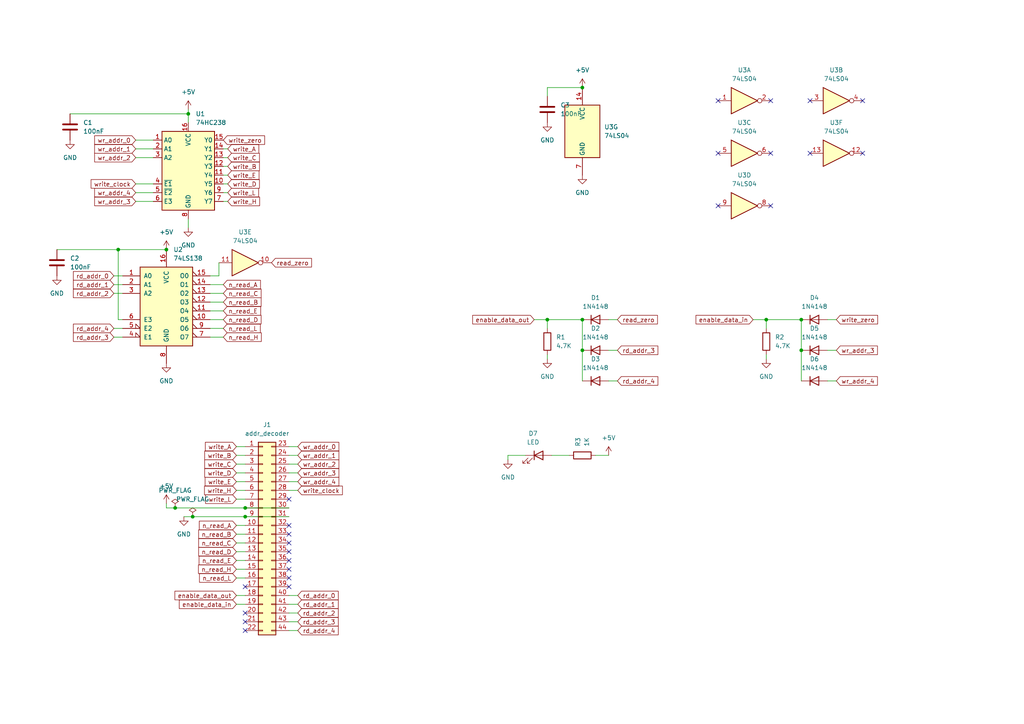
<source format=kicad_sch>
(kicad_sch
	(version 20250114)
	(generator "eeschema")
	(generator_version "9.0")
	(uuid "e63e39d7-6ac0-4ffd-8aa3-1841a4541b55")
	(paper "A4")
	(lib_symbols
		(symbol "74xx:74HC238"
			(exclude_from_sim no)
			(in_bom yes)
			(on_board yes)
			(property "Reference" "U"
				(at -7.62 13.97 0)
				(effects
					(font
						(size 1.27 1.27)
					)
					(justify left bottom)
				)
			)
			(property "Value" "74HC238"
				(at 2.54 -11.43 0)
				(effects
					(font
						(size 1.27 1.27)
					)
					(justify left top)
				)
			)
			(property "Footprint" ""
				(at 0 0 0)
				(effects
					(font
						(size 1.27 1.27)
					)
					(hide yes)
				)
			)
			(property "Datasheet" "https://www.ti.com/lit/ds/symlink/cd74hc238.pdf"
				(at 0 0 0)
				(effects
					(font
						(size 1.27 1.27)
					)
					(hide yes)
				)
			)
			(property "Description" "3-to-8 line decoder/multiplexer, DIP-16/SOIC-16/SSOP-16"
				(at 0 0 0)
				(effects
					(font
						(size 1.27 1.27)
					)
					(hide yes)
				)
			)
			(property "ki_keywords" "demux"
				(at 0 0 0)
				(effects
					(font
						(size 1.27 1.27)
					)
					(hide yes)
				)
			)
			(property "ki_fp_filters" "DIP*W7.62mm* SOIC*3.9x9.9mm*P1.27mm* TSSOP*4.4x5mm*P0.65mm*"
				(at 0 0 0)
				(effects
					(font
						(size 1.27 1.27)
					)
					(hide yes)
				)
			)
			(symbol "74HC238_0_1"
				(rectangle
					(start -7.62 12.7)
					(end 7.62 -10.16)
					(stroke
						(width 0.254)
						(type default)
					)
					(fill
						(type background)
					)
				)
			)
			(symbol "74HC238_1_1"
				(pin input line
					(at -10.16 10.16 0)
					(length 2.54)
					(name "A0"
						(effects
							(font
								(size 1.27 1.27)
							)
						)
					)
					(number "1"
						(effects
							(font
								(size 1.27 1.27)
							)
						)
					)
				)
				(pin input line
					(at -10.16 7.62 0)
					(length 2.54)
					(name "A1"
						(effects
							(font
								(size 1.27 1.27)
							)
						)
					)
					(number "2"
						(effects
							(font
								(size 1.27 1.27)
							)
						)
					)
				)
				(pin input line
					(at -10.16 5.08 0)
					(length 2.54)
					(name "A2"
						(effects
							(font
								(size 1.27 1.27)
							)
						)
					)
					(number "3"
						(effects
							(font
								(size 1.27 1.27)
							)
						)
					)
				)
				(pin input line
					(at -10.16 -2.54 0)
					(length 2.54)
					(name "~{E1}"
						(effects
							(font
								(size 1.27 1.27)
							)
						)
					)
					(number "4"
						(effects
							(font
								(size 1.27 1.27)
							)
						)
					)
				)
				(pin input line
					(at -10.16 -5.08 0)
					(length 2.54)
					(name "~{E2}"
						(effects
							(font
								(size 1.27 1.27)
							)
						)
					)
					(number "5"
						(effects
							(font
								(size 1.27 1.27)
							)
						)
					)
				)
				(pin input line
					(at -10.16 -7.62 0)
					(length 2.54)
					(name "E3"
						(effects
							(font
								(size 1.27 1.27)
							)
						)
					)
					(number "6"
						(effects
							(font
								(size 1.27 1.27)
							)
						)
					)
				)
				(pin power_in line
					(at 0 15.24 270)
					(length 2.54)
					(name "VCC"
						(effects
							(font
								(size 1.27 1.27)
							)
						)
					)
					(number "16"
						(effects
							(font
								(size 1.27 1.27)
							)
						)
					)
				)
				(pin power_in line
					(at 0 -12.7 90)
					(length 2.54)
					(name "GND"
						(effects
							(font
								(size 1.27 1.27)
							)
						)
					)
					(number "8"
						(effects
							(font
								(size 1.27 1.27)
							)
						)
					)
				)
				(pin output line
					(at 10.16 10.16 180)
					(length 2.54)
					(name "Y0"
						(effects
							(font
								(size 1.27 1.27)
							)
						)
					)
					(number "15"
						(effects
							(font
								(size 1.27 1.27)
							)
						)
					)
				)
				(pin output line
					(at 10.16 7.62 180)
					(length 2.54)
					(name "Y1"
						(effects
							(font
								(size 1.27 1.27)
							)
						)
					)
					(number "14"
						(effects
							(font
								(size 1.27 1.27)
							)
						)
					)
				)
				(pin output line
					(at 10.16 5.08 180)
					(length 2.54)
					(name "Y2"
						(effects
							(font
								(size 1.27 1.27)
							)
						)
					)
					(number "13"
						(effects
							(font
								(size 1.27 1.27)
							)
						)
					)
				)
				(pin output line
					(at 10.16 2.54 180)
					(length 2.54)
					(name "Y3"
						(effects
							(font
								(size 1.27 1.27)
							)
						)
					)
					(number "12"
						(effects
							(font
								(size 1.27 1.27)
							)
						)
					)
				)
				(pin output line
					(at 10.16 0 180)
					(length 2.54)
					(name "Y4"
						(effects
							(font
								(size 1.27 1.27)
							)
						)
					)
					(number "11"
						(effects
							(font
								(size 1.27 1.27)
							)
						)
					)
				)
				(pin output line
					(at 10.16 -2.54 180)
					(length 2.54)
					(name "Y5"
						(effects
							(font
								(size 1.27 1.27)
							)
						)
					)
					(number "10"
						(effects
							(font
								(size 1.27 1.27)
							)
						)
					)
				)
				(pin output line
					(at 10.16 -5.08 180)
					(length 2.54)
					(name "Y6"
						(effects
							(font
								(size 1.27 1.27)
							)
						)
					)
					(number "9"
						(effects
							(font
								(size 1.27 1.27)
							)
						)
					)
				)
				(pin output line
					(at 10.16 -7.62 180)
					(length 2.54)
					(name "Y7"
						(effects
							(font
								(size 1.27 1.27)
							)
						)
					)
					(number "7"
						(effects
							(font
								(size 1.27 1.27)
							)
						)
					)
				)
			)
			(embedded_fonts no)
		)
		(symbol "74xx:74LS04"
			(exclude_from_sim no)
			(in_bom yes)
			(on_board yes)
			(property "Reference" "U"
				(at 0 1.27 0)
				(effects
					(font
						(size 1.27 1.27)
					)
				)
			)
			(property "Value" "74LS04"
				(at 0 -1.27 0)
				(effects
					(font
						(size 1.27 1.27)
					)
				)
			)
			(property "Footprint" ""
				(at 0 0 0)
				(effects
					(font
						(size 1.27 1.27)
					)
					(hide yes)
				)
			)
			(property "Datasheet" "http://www.ti.com/lit/gpn/sn74LS04"
				(at 0 0 0)
				(effects
					(font
						(size 1.27 1.27)
					)
					(hide yes)
				)
			)
			(property "Description" "Hex Inverter"
				(at 0 0 0)
				(effects
					(font
						(size 1.27 1.27)
					)
					(hide yes)
				)
			)
			(property "ki_locked" ""
				(at 0 0 0)
				(effects
					(font
						(size 1.27 1.27)
					)
				)
			)
			(property "ki_keywords" "TTL not inv"
				(at 0 0 0)
				(effects
					(font
						(size 1.27 1.27)
					)
					(hide yes)
				)
			)
			(property "ki_fp_filters" "DIP*W7.62mm* SSOP?14* TSSOP?14*"
				(at 0 0 0)
				(effects
					(font
						(size 1.27 1.27)
					)
					(hide yes)
				)
			)
			(symbol "74LS04_1_0"
				(polyline
					(pts
						(xy -3.81 3.81) (xy -3.81 -3.81) (xy 3.81 0) (xy -3.81 3.81)
					)
					(stroke
						(width 0.254)
						(type default)
					)
					(fill
						(type background)
					)
				)
				(pin input line
					(at -7.62 0 0)
					(length 3.81)
					(name "~"
						(effects
							(font
								(size 1.27 1.27)
							)
						)
					)
					(number "1"
						(effects
							(font
								(size 1.27 1.27)
							)
						)
					)
				)
				(pin output inverted
					(at 7.62 0 180)
					(length 3.81)
					(name "~"
						(effects
							(font
								(size 1.27 1.27)
							)
						)
					)
					(number "2"
						(effects
							(font
								(size 1.27 1.27)
							)
						)
					)
				)
			)
			(symbol "74LS04_2_0"
				(polyline
					(pts
						(xy -3.81 3.81) (xy -3.81 -3.81) (xy 3.81 0) (xy -3.81 3.81)
					)
					(stroke
						(width 0.254)
						(type default)
					)
					(fill
						(type background)
					)
				)
				(pin input line
					(at -7.62 0 0)
					(length 3.81)
					(name "~"
						(effects
							(font
								(size 1.27 1.27)
							)
						)
					)
					(number "3"
						(effects
							(font
								(size 1.27 1.27)
							)
						)
					)
				)
				(pin output inverted
					(at 7.62 0 180)
					(length 3.81)
					(name "~"
						(effects
							(font
								(size 1.27 1.27)
							)
						)
					)
					(number "4"
						(effects
							(font
								(size 1.27 1.27)
							)
						)
					)
				)
			)
			(symbol "74LS04_3_0"
				(polyline
					(pts
						(xy -3.81 3.81) (xy -3.81 -3.81) (xy 3.81 0) (xy -3.81 3.81)
					)
					(stroke
						(width 0.254)
						(type default)
					)
					(fill
						(type background)
					)
				)
				(pin input line
					(at -7.62 0 0)
					(length 3.81)
					(name "~"
						(effects
							(font
								(size 1.27 1.27)
							)
						)
					)
					(number "5"
						(effects
							(font
								(size 1.27 1.27)
							)
						)
					)
				)
				(pin output inverted
					(at 7.62 0 180)
					(length 3.81)
					(name "~"
						(effects
							(font
								(size 1.27 1.27)
							)
						)
					)
					(number "6"
						(effects
							(font
								(size 1.27 1.27)
							)
						)
					)
				)
			)
			(symbol "74LS04_4_0"
				(polyline
					(pts
						(xy -3.81 3.81) (xy -3.81 -3.81) (xy 3.81 0) (xy -3.81 3.81)
					)
					(stroke
						(width 0.254)
						(type default)
					)
					(fill
						(type background)
					)
				)
				(pin input line
					(at -7.62 0 0)
					(length 3.81)
					(name "~"
						(effects
							(font
								(size 1.27 1.27)
							)
						)
					)
					(number "9"
						(effects
							(font
								(size 1.27 1.27)
							)
						)
					)
				)
				(pin output inverted
					(at 7.62 0 180)
					(length 3.81)
					(name "~"
						(effects
							(font
								(size 1.27 1.27)
							)
						)
					)
					(number "8"
						(effects
							(font
								(size 1.27 1.27)
							)
						)
					)
				)
			)
			(symbol "74LS04_5_0"
				(polyline
					(pts
						(xy -3.81 3.81) (xy -3.81 -3.81) (xy 3.81 0) (xy -3.81 3.81)
					)
					(stroke
						(width 0.254)
						(type default)
					)
					(fill
						(type background)
					)
				)
				(pin input line
					(at -7.62 0 0)
					(length 3.81)
					(name "~"
						(effects
							(font
								(size 1.27 1.27)
							)
						)
					)
					(number "11"
						(effects
							(font
								(size 1.27 1.27)
							)
						)
					)
				)
				(pin output inverted
					(at 7.62 0 180)
					(length 3.81)
					(name "~"
						(effects
							(font
								(size 1.27 1.27)
							)
						)
					)
					(number "10"
						(effects
							(font
								(size 1.27 1.27)
							)
						)
					)
				)
			)
			(symbol "74LS04_6_0"
				(polyline
					(pts
						(xy -3.81 3.81) (xy -3.81 -3.81) (xy 3.81 0) (xy -3.81 3.81)
					)
					(stroke
						(width 0.254)
						(type default)
					)
					(fill
						(type background)
					)
				)
				(pin input line
					(at -7.62 0 0)
					(length 3.81)
					(name "~"
						(effects
							(font
								(size 1.27 1.27)
							)
						)
					)
					(number "13"
						(effects
							(font
								(size 1.27 1.27)
							)
						)
					)
				)
				(pin output inverted
					(at 7.62 0 180)
					(length 3.81)
					(name "~"
						(effects
							(font
								(size 1.27 1.27)
							)
						)
					)
					(number "12"
						(effects
							(font
								(size 1.27 1.27)
							)
						)
					)
				)
			)
			(symbol "74LS04_7_0"
				(pin power_in line
					(at 0 12.7 270)
					(length 5.08)
					(name "VCC"
						(effects
							(font
								(size 1.27 1.27)
							)
						)
					)
					(number "14"
						(effects
							(font
								(size 1.27 1.27)
							)
						)
					)
				)
				(pin power_in line
					(at 0 -12.7 90)
					(length 5.08)
					(name "GND"
						(effects
							(font
								(size 1.27 1.27)
							)
						)
					)
					(number "7"
						(effects
							(font
								(size 1.27 1.27)
							)
						)
					)
				)
			)
			(symbol "74LS04_7_1"
				(rectangle
					(start -5.08 7.62)
					(end 5.08 -7.62)
					(stroke
						(width 0.254)
						(type default)
					)
					(fill
						(type background)
					)
				)
			)
			(embedded_fonts no)
		)
		(symbol "74xx:74LS138"
			(pin_names
				(offset 1.016)
			)
			(exclude_from_sim no)
			(in_bom yes)
			(on_board yes)
			(property "Reference" "U"
				(at -7.62 11.43 0)
				(effects
					(font
						(size 1.27 1.27)
					)
				)
			)
			(property "Value" "74LS138"
				(at -7.62 -13.97 0)
				(effects
					(font
						(size 1.27 1.27)
					)
				)
			)
			(property "Footprint" ""
				(at 0 0 0)
				(effects
					(font
						(size 1.27 1.27)
					)
					(hide yes)
				)
			)
			(property "Datasheet" "http://www.ti.com/lit/gpn/sn74LS138"
				(at 0 0 0)
				(effects
					(font
						(size 1.27 1.27)
					)
					(hide yes)
				)
			)
			(property "Description" "Decoder 3 to 8 active low outputs"
				(at 0 0 0)
				(effects
					(font
						(size 1.27 1.27)
					)
					(hide yes)
				)
			)
			(property "ki_locked" ""
				(at 0 0 0)
				(effects
					(font
						(size 1.27 1.27)
					)
				)
			)
			(property "ki_keywords" "TTL DECOD DECOD8"
				(at 0 0 0)
				(effects
					(font
						(size 1.27 1.27)
					)
					(hide yes)
				)
			)
			(property "ki_fp_filters" "DIP?16*"
				(at 0 0 0)
				(effects
					(font
						(size 1.27 1.27)
					)
					(hide yes)
				)
			)
			(symbol "74LS138_1_0"
				(pin input line
					(at -12.7 7.62 0)
					(length 5.08)
					(name "A0"
						(effects
							(font
								(size 1.27 1.27)
							)
						)
					)
					(number "1"
						(effects
							(font
								(size 1.27 1.27)
							)
						)
					)
				)
				(pin input line
					(at -12.7 5.08 0)
					(length 5.08)
					(name "A1"
						(effects
							(font
								(size 1.27 1.27)
							)
						)
					)
					(number "2"
						(effects
							(font
								(size 1.27 1.27)
							)
						)
					)
				)
				(pin input line
					(at -12.7 2.54 0)
					(length 5.08)
					(name "A2"
						(effects
							(font
								(size 1.27 1.27)
							)
						)
					)
					(number "3"
						(effects
							(font
								(size 1.27 1.27)
							)
						)
					)
				)
				(pin input line
					(at -12.7 -5.08 0)
					(length 5.08)
					(name "E3"
						(effects
							(font
								(size 1.27 1.27)
							)
						)
					)
					(number "6"
						(effects
							(font
								(size 1.27 1.27)
							)
						)
					)
				)
				(pin input input_low
					(at -12.7 -7.62 0)
					(length 5.08)
					(name "E2"
						(effects
							(font
								(size 1.27 1.27)
							)
						)
					)
					(number "5"
						(effects
							(font
								(size 1.27 1.27)
							)
						)
					)
				)
				(pin input input_low
					(at -12.7 -10.16 0)
					(length 5.08)
					(name "E1"
						(effects
							(font
								(size 1.27 1.27)
							)
						)
					)
					(number "4"
						(effects
							(font
								(size 1.27 1.27)
							)
						)
					)
				)
				(pin power_in line
					(at 0 15.24 270)
					(length 5.08)
					(name "VCC"
						(effects
							(font
								(size 1.27 1.27)
							)
						)
					)
					(number "16"
						(effects
							(font
								(size 1.27 1.27)
							)
						)
					)
				)
				(pin power_in line
					(at 0 -17.78 90)
					(length 5.08)
					(name "GND"
						(effects
							(font
								(size 1.27 1.27)
							)
						)
					)
					(number "8"
						(effects
							(font
								(size 1.27 1.27)
							)
						)
					)
				)
				(pin output output_low
					(at 12.7 7.62 180)
					(length 5.08)
					(name "O0"
						(effects
							(font
								(size 1.27 1.27)
							)
						)
					)
					(number "15"
						(effects
							(font
								(size 1.27 1.27)
							)
						)
					)
				)
				(pin output output_low
					(at 12.7 5.08 180)
					(length 5.08)
					(name "O1"
						(effects
							(font
								(size 1.27 1.27)
							)
						)
					)
					(number "14"
						(effects
							(font
								(size 1.27 1.27)
							)
						)
					)
				)
				(pin output output_low
					(at 12.7 2.54 180)
					(length 5.08)
					(name "O2"
						(effects
							(font
								(size 1.27 1.27)
							)
						)
					)
					(number "13"
						(effects
							(font
								(size 1.27 1.27)
							)
						)
					)
				)
				(pin output output_low
					(at 12.7 0 180)
					(length 5.08)
					(name "O3"
						(effects
							(font
								(size 1.27 1.27)
							)
						)
					)
					(number "12"
						(effects
							(font
								(size 1.27 1.27)
							)
						)
					)
				)
				(pin output output_low
					(at 12.7 -2.54 180)
					(length 5.08)
					(name "O4"
						(effects
							(font
								(size 1.27 1.27)
							)
						)
					)
					(number "11"
						(effects
							(font
								(size 1.27 1.27)
							)
						)
					)
				)
				(pin output output_low
					(at 12.7 -5.08 180)
					(length 5.08)
					(name "O5"
						(effects
							(font
								(size 1.27 1.27)
							)
						)
					)
					(number "10"
						(effects
							(font
								(size 1.27 1.27)
							)
						)
					)
				)
				(pin output output_low
					(at 12.7 -7.62 180)
					(length 5.08)
					(name "O6"
						(effects
							(font
								(size 1.27 1.27)
							)
						)
					)
					(number "9"
						(effects
							(font
								(size 1.27 1.27)
							)
						)
					)
				)
				(pin output output_low
					(at 12.7 -10.16 180)
					(length 5.08)
					(name "O7"
						(effects
							(font
								(size 1.27 1.27)
							)
						)
					)
					(number "7"
						(effects
							(font
								(size 1.27 1.27)
							)
						)
					)
				)
			)
			(symbol "74LS138_1_1"
				(rectangle
					(start -7.62 10.16)
					(end 7.62 -12.7)
					(stroke
						(width 0.254)
						(type default)
					)
					(fill
						(type background)
					)
				)
			)
			(embedded_fonts no)
		)
		(symbol "Connector_Generic:Conn_02x22_Top_Bottom"
			(pin_names
				(offset 1.016)
				(hide yes)
			)
			(exclude_from_sim no)
			(in_bom yes)
			(on_board yes)
			(property "Reference" "J"
				(at 1.27 27.94 0)
				(effects
					(font
						(size 1.27 1.27)
					)
				)
			)
			(property "Value" "Conn_02x22_Top_Bottom"
				(at 1.27 -30.48 0)
				(effects
					(font
						(size 1.27 1.27)
					)
				)
			)
			(property "Footprint" ""
				(at 0 0 0)
				(effects
					(font
						(size 1.27 1.27)
					)
					(hide yes)
				)
			)
			(property "Datasheet" "~"
				(at 0 0 0)
				(effects
					(font
						(size 1.27 1.27)
					)
					(hide yes)
				)
			)
			(property "Description" "Generic connector, double row, 02x22, top/bottom pin numbering scheme (row 1: 1...pins_per_row, row2: pins_per_row+1 ... num_pins), script generated (kicad-library-utils/schlib/autogen/connector/)"
				(at 0 0 0)
				(effects
					(font
						(size 1.27 1.27)
					)
					(hide yes)
				)
			)
			(property "ki_keywords" "connector"
				(at 0 0 0)
				(effects
					(font
						(size 1.27 1.27)
					)
					(hide yes)
				)
			)
			(property "ki_fp_filters" "Connector*:*_2x??_*"
				(at 0 0 0)
				(effects
					(font
						(size 1.27 1.27)
					)
					(hide yes)
				)
			)
			(symbol "Conn_02x22_Top_Bottom_1_1"
				(rectangle
					(start -1.27 26.67)
					(end 3.81 -29.21)
					(stroke
						(width 0.254)
						(type default)
					)
					(fill
						(type background)
					)
				)
				(rectangle
					(start -1.27 25.527)
					(end 0 25.273)
					(stroke
						(width 0.1524)
						(type default)
					)
					(fill
						(type none)
					)
				)
				(rectangle
					(start -1.27 22.987)
					(end 0 22.733)
					(stroke
						(width 0.1524)
						(type default)
					)
					(fill
						(type none)
					)
				)
				(rectangle
					(start -1.27 20.447)
					(end 0 20.193)
					(stroke
						(width 0.1524)
						(type default)
					)
					(fill
						(type none)
					)
				)
				(rectangle
					(start -1.27 17.907)
					(end 0 17.653)
					(stroke
						(width 0.1524)
						(type default)
					)
					(fill
						(type none)
					)
				)
				(rectangle
					(start -1.27 15.367)
					(end 0 15.113)
					(stroke
						(width 0.1524)
						(type default)
					)
					(fill
						(type none)
					)
				)
				(rectangle
					(start -1.27 12.827)
					(end 0 12.573)
					(stroke
						(width 0.1524)
						(type default)
					)
					(fill
						(type none)
					)
				)
				(rectangle
					(start -1.27 10.287)
					(end 0 10.033)
					(stroke
						(width 0.1524)
						(type default)
					)
					(fill
						(type none)
					)
				)
				(rectangle
					(start -1.27 7.747)
					(end 0 7.493)
					(stroke
						(width 0.1524)
						(type default)
					)
					(fill
						(type none)
					)
				)
				(rectangle
					(start -1.27 5.207)
					(end 0 4.953)
					(stroke
						(width 0.1524)
						(type default)
					)
					(fill
						(type none)
					)
				)
				(rectangle
					(start -1.27 2.667)
					(end 0 2.413)
					(stroke
						(width 0.1524)
						(type default)
					)
					(fill
						(type none)
					)
				)
				(rectangle
					(start -1.27 0.127)
					(end 0 -0.127)
					(stroke
						(width 0.1524)
						(type default)
					)
					(fill
						(type none)
					)
				)
				(rectangle
					(start -1.27 -2.413)
					(end 0 -2.667)
					(stroke
						(width 0.1524)
						(type default)
					)
					(fill
						(type none)
					)
				)
				(rectangle
					(start -1.27 -4.953)
					(end 0 -5.207)
					(stroke
						(width 0.1524)
						(type default)
					)
					(fill
						(type none)
					)
				)
				(rectangle
					(start -1.27 -7.493)
					(end 0 -7.747)
					(stroke
						(width 0.1524)
						(type default)
					)
					(fill
						(type none)
					)
				)
				(rectangle
					(start -1.27 -10.033)
					(end 0 -10.287)
					(stroke
						(width 0.1524)
						(type default)
					)
					(fill
						(type none)
					)
				)
				(rectangle
					(start -1.27 -12.573)
					(end 0 -12.827)
					(stroke
						(width 0.1524)
						(type default)
					)
					(fill
						(type none)
					)
				)
				(rectangle
					(start -1.27 -15.113)
					(end 0 -15.367)
					(stroke
						(width 0.1524)
						(type default)
					)
					(fill
						(type none)
					)
				)
				(rectangle
					(start -1.27 -17.653)
					(end 0 -17.907)
					(stroke
						(width 0.1524)
						(type default)
					)
					(fill
						(type none)
					)
				)
				(rectangle
					(start -1.27 -20.193)
					(end 0 -20.447)
					(stroke
						(width 0.1524)
						(type default)
					)
					(fill
						(type none)
					)
				)
				(rectangle
					(start -1.27 -22.733)
					(end 0 -22.987)
					(stroke
						(width 0.1524)
						(type default)
					)
					(fill
						(type none)
					)
				)
				(rectangle
					(start -1.27 -25.273)
					(end 0 -25.527)
					(stroke
						(width 0.1524)
						(type default)
					)
					(fill
						(type none)
					)
				)
				(rectangle
					(start -1.27 -27.813)
					(end 0 -28.067)
					(stroke
						(width 0.1524)
						(type default)
					)
					(fill
						(type none)
					)
				)
				(rectangle
					(start 3.81 25.527)
					(end 2.54 25.273)
					(stroke
						(width 0.1524)
						(type default)
					)
					(fill
						(type none)
					)
				)
				(rectangle
					(start 3.81 22.987)
					(end 2.54 22.733)
					(stroke
						(width 0.1524)
						(type default)
					)
					(fill
						(type none)
					)
				)
				(rectangle
					(start 3.81 20.447)
					(end 2.54 20.193)
					(stroke
						(width 0.1524)
						(type default)
					)
					(fill
						(type none)
					)
				)
				(rectangle
					(start 3.81 17.907)
					(end 2.54 17.653)
					(stroke
						(width 0.1524)
						(type default)
					)
					(fill
						(type none)
					)
				)
				(rectangle
					(start 3.81 15.367)
					(end 2.54 15.113)
					(stroke
						(width 0.1524)
						(type default)
					)
					(fill
						(type none)
					)
				)
				(rectangle
					(start 3.81 12.827)
					(end 2.54 12.573)
					(stroke
						(width 0.1524)
						(type default)
					)
					(fill
						(type none)
					)
				)
				(rectangle
					(start 3.81 10.287)
					(end 2.54 10.033)
					(stroke
						(width 0.1524)
						(type default)
					)
					(fill
						(type none)
					)
				)
				(rectangle
					(start 3.81 7.747)
					(end 2.54 7.493)
					(stroke
						(width 0.1524)
						(type default)
					)
					(fill
						(type none)
					)
				)
				(rectangle
					(start 3.81 5.207)
					(end 2.54 4.953)
					(stroke
						(width 0.1524)
						(type default)
					)
					(fill
						(type none)
					)
				)
				(rectangle
					(start 3.81 2.667)
					(end 2.54 2.413)
					(stroke
						(width 0.1524)
						(type default)
					)
					(fill
						(type none)
					)
				)
				(rectangle
					(start 3.81 0.127)
					(end 2.54 -0.127)
					(stroke
						(width 0.1524)
						(type default)
					)
					(fill
						(type none)
					)
				)
				(rectangle
					(start 3.81 -2.413)
					(end 2.54 -2.667)
					(stroke
						(width 0.1524)
						(type default)
					)
					(fill
						(type none)
					)
				)
				(rectangle
					(start 3.81 -4.953)
					(end 2.54 -5.207)
					(stroke
						(width 0.1524)
						(type default)
					)
					(fill
						(type none)
					)
				)
				(rectangle
					(start 3.81 -7.493)
					(end 2.54 -7.747)
					(stroke
						(width 0.1524)
						(type default)
					)
					(fill
						(type none)
					)
				)
				(rectangle
					(start 3.81 -10.033)
					(end 2.54 -10.287)
					(stroke
						(width 0.1524)
						(type default)
					)
					(fill
						(type none)
					)
				)
				(rectangle
					(start 3.81 -12.573)
					(end 2.54 -12.827)
					(stroke
						(width 0.1524)
						(type default)
					)
					(fill
						(type none)
					)
				)
				(rectangle
					(start 3.81 -15.113)
					(end 2.54 -15.367)
					(stroke
						(width 0.1524)
						(type default)
					)
					(fill
						(type none)
					)
				)
				(rectangle
					(start 3.81 -17.653)
					(end 2.54 -17.907)
					(stroke
						(width 0.1524)
						(type default)
					)
					(fill
						(type none)
					)
				)
				(rectangle
					(start 3.81 -20.193)
					(end 2.54 -20.447)
					(stroke
						(width 0.1524)
						(type default)
					)
					(fill
						(type none)
					)
				)
				(rectangle
					(start 3.81 -22.733)
					(end 2.54 -22.987)
					(stroke
						(width 0.1524)
						(type default)
					)
					(fill
						(type none)
					)
				)
				(rectangle
					(start 3.81 -25.273)
					(end 2.54 -25.527)
					(stroke
						(width 0.1524)
						(type default)
					)
					(fill
						(type none)
					)
				)
				(rectangle
					(start 3.81 -27.813)
					(end 2.54 -28.067)
					(stroke
						(width 0.1524)
						(type default)
					)
					(fill
						(type none)
					)
				)
				(pin passive line
					(at -5.08 25.4 0)
					(length 3.81)
					(name "Pin_1"
						(effects
							(font
								(size 1.27 1.27)
							)
						)
					)
					(number "1"
						(effects
							(font
								(size 1.27 1.27)
							)
						)
					)
				)
				(pin passive line
					(at -5.08 22.86 0)
					(length 3.81)
					(name "Pin_2"
						(effects
							(font
								(size 1.27 1.27)
							)
						)
					)
					(number "2"
						(effects
							(font
								(size 1.27 1.27)
							)
						)
					)
				)
				(pin passive line
					(at -5.08 20.32 0)
					(length 3.81)
					(name "Pin_3"
						(effects
							(font
								(size 1.27 1.27)
							)
						)
					)
					(number "3"
						(effects
							(font
								(size 1.27 1.27)
							)
						)
					)
				)
				(pin passive line
					(at -5.08 17.78 0)
					(length 3.81)
					(name "Pin_4"
						(effects
							(font
								(size 1.27 1.27)
							)
						)
					)
					(number "4"
						(effects
							(font
								(size 1.27 1.27)
							)
						)
					)
				)
				(pin passive line
					(at -5.08 15.24 0)
					(length 3.81)
					(name "Pin_5"
						(effects
							(font
								(size 1.27 1.27)
							)
						)
					)
					(number "5"
						(effects
							(font
								(size 1.27 1.27)
							)
						)
					)
				)
				(pin passive line
					(at -5.08 12.7 0)
					(length 3.81)
					(name "Pin_6"
						(effects
							(font
								(size 1.27 1.27)
							)
						)
					)
					(number "6"
						(effects
							(font
								(size 1.27 1.27)
							)
						)
					)
				)
				(pin passive line
					(at -5.08 10.16 0)
					(length 3.81)
					(name "Pin_7"
						(effects
							(font
								(size 1.27 1.27)
							)
						)
					)
					(number "7"
						(effects
							(font
								(size 1.27 1.27)
							)
						)
					)
				)
				(pin passive line
					(at -5.08 7.62 0)
					(length 3.81)
					(name "Pin_8"
						(effects
							(font
								(size 1.27 1.27)
							)
						)
					)
					(number "8"
						(effects
							(font
								(size 1.27 1.27)
							)
						)
					)
				)
				(pin passive line
					(at -5.08 5.08 0)
					(length 3.81)
					(name "Pin_9"
						(effects
							(font
								(size 1.27 1.27)
							)
						)
					)
					(number "9"
						(effects
							(font
								(size 1.27 1.27)
							)
						)
					)
				)
				(pin passive line
					(at -5.08 2.54 0)
					(length 3.81)
					(name "Pin_10"
						(effects
							(font
								(size 1.27 1.27)
							)
						)
					)
					(number "10"
						(effects
							(font
								(size 1.27 1.27)
							)
						)
					)
				)
				(pin passive line
					(at -5.08 0 0)
					(length 3.81)
					(name "Pin_11"
						(effects
							(font
								(size 1.27 1.27)
							)
						)
					)
					(number "11"
						(effects
							(font
								(size 1.27 1.27)
							)
						)
					)
				)
				(pin passive line
					(at -5.08 -2.54 0)
					(length 3.81)
					(name "Pin_12"
						(effects
							(font
								(size 1.27 1.27)
							)
						)
					)
					(number "12"
						(effects
							(font
								(size 1.27 1.27)
							)
						)
					)
				)
				(pin passive line
					(at -5.08 -5.08 0)
					(length 3.81)
					(name "Pin_13"
						(effects
							(font
								(size 1.27 1.27)
							)
						)
					)
					(number "13"
						(effects
							(font
								(size 1.27 1.27)
							)
						)
					)
				)
				(pin passive line
					(at -5.08 -7.62 0)
					(length 3.81)
					(name "Pin_14"
						(effects
							(font
								(size 1.27 1.27)
							)
						)
					)
					(number "14"
						(effects
							(font
								(size 1.27 1.27)
							)
						)
					)
				)
				(pin passive line
					(at -5.08 -10.16 0)
					(length 3.81)
					(name "Pin_15"
						(effects
							(font
								(size 1.27 1.27)
							)
						)
					)
					(number "15"
						(effects
							(font
								(size 1.27 1.27)
							)
						)
					)
				)
				(pin passive line
					(at -5.08 -12.7 0)
					(length 3.81)
					(name "Pin_16"
						(effects
							(font
								(size 1.27 1.27)
							)
						)
					)
					(number "16"
						(effects
							(font
								(size 1.27 1.27)
							)
						)
					)
				)
				(pin passive line
					(at -5.08 -15.24 0)
					(length 3.81)
					(name "Pin_17"
						(effects
							(font
								(size 1.27 1.27)
							)
						)
					)
					(number "17"
						(effects
							(font
								(size 1.27 1.27)
							)
						)
					)
				)
				(pin passive line
					(at -5.08 -17.78 0)
					(length 3.81)
					(name "Pin_18"
						(effects
							(font
								(size 1.27 1.27)
							)
						)
					)
					(number "18"
						(effects
							(font
								(size 1.27 1.27)
							)
						)
					)
				)
				(pin passive line
					(at -5.08 -20.32 0)
					(length 3.81)
					(name "Pin_19"
						(effects
							(font
								(size 1.27 1.27)
							)
						)
					)
					(number "19"
						(effects
							(font
								(size 1.27 1.27)
							)
						)
					)
				)
				(pin passive line
					(at -5.08 -22.86 0)
					(length 3.81)
					(name "Pin_20"
						(effects
							(font
								(size 1.27 1.27)
							)
						)
					)
					(number "20"
						(effects
							(font
								(size 1.27 1.27)
							)
						)
					)
				)
				(pin passive line
					(at -5.08 -25.4 0)
					(length 3.81)
					(name "Pin_21"
						(effects
							(font
								(size 1.27 1.27)
							)
						)
					)
					(number "21"
						(effects
							(font
								(size 1.27 1.27)
							)
						)
					)
				)
				(pin passive line
					(at -5.08 -27.94 0)
					(length 3.81)
					(name "Pin_22"
						(effects
							(font
								(size 1.27 1.27)
							)
						)
					)
					(number "22"
						(effects
							(font
								(size 1.27 1.27)
							)
						)
					)
				)
				(pin passive line
					(at 7.62 25.4 180)
					(length 3.81)
					(name "Pin_23"
						(effects
							(font
								(size 1.27 1.27)
							)
						)
					)
					(number "23"
						(effects
							(font
								(size 1.27 1.27)
							)
						)
					)
				)
				(pin passive line
					(at 7.62 22.86 180)
					(length 3.81)
					(name "Pin_24"
						(effects
							(font
								(size 1.27 1.27)
							)
						)
					)
					(number "24"
						(effects
							(font
								(size 1.27 1.27)
							)
						)
					)
				)
				(pin passive line
					(at 7.62 20.32 180)
					(length 3.81)
					(name "Pin_25"
						(effects
							(font
								(size 1.27 1.27)
							)
						)
					)
					(number "25"
						(effects
							(font
								(size 1.27 1.27)
							)
						)
					)
				)
				(pin passive line
					(at 7.62 17.78 180)
					(length 3.81)
					(name "Pin_26"
						(effects
							(font
								(size 1.27 1.27)
							)
						)
					)
					(number "26"
						(effects
							(font
								(size 1.27 1.27)
							)
						)
					)
				)
				(pin passive line
					(at 7.62 15.24 180)
					(length 3.81)
					(name "Pin_27"
						(effects
							(font
								(size 1.27 1.27)
							)
						)
					)
					(number "27"
						(effects
							(font
								(size 1.27 1.27)
							)
						)
					)
				)
				(pin passive line
					(at 7.62 12.7 180)
					(length 3.81)
					(name "Pin_28"
						(effects
							(font
								(size 1.27 1.27)
							)
						)
					)
					(number "28"
						(effects
							(font
								(size 1.27 1.27)
							)
						)
					)
				)
				(pin passive line
					(at 7.62 10.16 180)
					(length 3.81)
					(name "Pin_29"
						(effects
							(font
								(size 1.27 1.27)
							)
						)
					)
					(number "29"
						(effects
							(font
								(size 1.27 1.27)
							)
						)
					)
				)
				(pin passive line
					(at 7.62 7.62 180)
					(length 3.81)
					(name "Pin_30"
						(effects
							(font
								(size 1.27 1.27)
							)
						)
					)
					(number "30"
						(effects
							(font
								(size 1.27 1.27)
							)
						)
					)
				)
				(pin passive line
					(at 7.62 5.08 180)
					(length 3.81)
					(name "Pin_31"
						(effects
							(font
								(size 1.27 1.27)
							)
						)
					)
					(number "31"
						(effects
							(font
								(size 1.27 1.27)
							)
						)
					)
				)
				(pin passive line
					(at 7.62 2.54 180)
					(length 3.81)
					(name "Pin_32"
						(effects
							(font
								(size 1.27 1.27)
							)
						)
					)
					(number "32"
						(effects
							(font
								(size 1.27 1.27)
							)
						)
					)
				)
				(pin passive line
					(at 7.62 0 180)
					(length 3.81)
					(name "Pin_33"
						(effects
							(font
								(size 1.27 1.27)
							)
						)
					)
					(number "33"
						(effects
							(font
								(size 1.27 1.27)
							)
						)
					)
				)
				(pin passive line
					(at 7.62 -2.54 180)
					(length 3.81)
					(name "Pin_34"
						(effects
							(font
								(size 1.27 1.27)
							)
						)
					)
					(number "34"
						(effects
							(font
								(size 1.27 1.27)
							)
						)
					)
				)
				(pin passive line
					(at 7.62 -5.08 180)
					(length 3.81)
					(name "Pin_35"
						(effects
							(font
								(size 1.27 1.27)
							)
						)
					)
					(number "35"
						(effects
							(font
								(size 1.27 1.27)
							)
						)
					)
				)
				(pin passive line
					(at 7.62 -7.62 180)
					(length 3.81)
					(name "Pin_36"
						(effects
							(font
								(size 1.27 1.27)
							)
						)
					)
					(number "36"
						(effects
							(font
								(size 1.27 1.27)
							)
						)
					)
				)
				(pin passive line
					(at 7.62 -10.16 180)
					(length 3.81)
					(name "Pin_37"
						(effects
							(font
								(size 1.27 1.27)
							)
						)
					)
					(number "37"
						(effects
							(font
								(size 1.27 1.27)
							)
						)
					)
				)
				(pin passive line
					(at 7.62 -12.7 180)
					(length 3.81)
					(name "Pin_38"
						(effects
							(font
								(size 1.27 1.27)
							)
						)
					)
					(number "38"
						(effects
							(font
								(size 1.27 1.27)
							)
						)
					)
				)
				(pin passive line
					(at 7.62 -15.24 180)
					(length 3.81)
					(name "Pin_39"
						(effects
							(font
								(size 1.27 1.27)
							)
						)
					)
					(number "39"
						(effects
							(font
								(size 1.27 1.27)
							)
						)
					)
				)
				(pin passive line
					(at 7.62 -17.78 180)
					(length 3.81)
					(name "Pin_40"
						(effects
							(font
								(size 1.27 1.27)
							)
						)
					)
					(number "40"
						(effects
							(font
								(size 1.27 1.27)
							)
						)
					)
				)
				(pin passive line
					(at 7.62 -20.32 180)
					(length 3.81)
					(name "Pin_41"
						(effects
							(font
								(size 1.27 1.27)
							)
						)
					)
					(number "41"
						(effects
							(font
								(size 1.27 1.27)
							)
						)
					)
				)
				(pin passive line
					(at 7.62 -22.86 180)
					(length 3.81)
					(name "Pin_42"
						(effects
							(font
								(size 1.27 1.27)
							)
						)
					)
					(number "42"
						(effects
							(font
								(size 1.27 1.27)
							)
						)
					)
				)
				(pin passive line
					(at 7.62 -25.4 180)
					(length 3.81)
					(name "Pin_43"
						(effects
							(font
								(size 1.27 1.27)
							)
						)
					)
					(number "43"
						(effects
							(font
								(size 1.27 1.27)
							)
						)
					)
				)
				(pin passive line
					(at 7.62 -27.94 180)
					(length 3.81)
					(name "Pin_44"
						(effects
							(font
								(size 1.27 1.27)
							)
						)
					)
					(number "44"
						(effects
							(font
								(size 1.27 1.27)
							)
						)
					)
				)
			)
			(embedded_fonts no)
		)
		(symbol "Device:C"
			(pin_numbers
				(hide yes)
			)
			(pin_names
				(offset 0.254)
			)
			(exclude_from_sim no)
			(in_bom yes)
			(on_board yes)
			(property "Reference" "C"
				(at 0.635 2.54 0)
				(effects
					(font
						(size 1.27 1.27)
					)
					(justify left)
				)
			)
			(property "Value" "C"
				(at 0.635 -2.54 0)
				(effects
					(font
						(size 1.27 1.27)
					)
					(justify left)
				)
			)
			(property "Footprint" ""
				(at 0.9652 -3.81 0)
				(effects
					(font
						(size 1.27 1.27)
					)
					(hide yes)
				)
			)
			(property "Datasheet" "~"
				(at 0 0 0)
				(effects
					(font
						(size 1.27 1.27)
					)
					(hide yes)
				)
			)
			(property "Description" "Unpolarized capacitor"
				(at 0 0 0)
				(effects
					(font
						(size 1.27 1.27)
					)
					(hide yes)
				)
			)
			(property "ki_keywords" "cap capacitor"
				(at 0 0 0)
				(effects
					(font
						(size 1.27 1.27)
					)
					(hide yes)
				)
			)
			(property "ki_fp_filters" "C_*"
				(at 0 0 0)
				(effects
					(font
						(size 1.27 1.27)
					)
					(hide yes)
				)
			)
			(symbol "C_0_1"
				(polyline
					(pts
						(xy -2.032 0.762) (xy 2.032 0.762)
					)
					(stroke
						(width 0.508)
						(type default)
					)
					(fill
						(type none)
					)
				)
				(polyline
					(pts
						(xy -2.032 -0.762) (xy 2.032 -0.762)
					)
					(stroke
						(width 0.508)
						(type default)
					)
					(fill
						(type none)
					)
				)
			)
			(symbol "C_1_1"
				(pin passive line
					(at 0 3.81 270)
					(length 2.794)
					(name "~"
						(effects
							(font
								(size 1.27 1.27)
							)
						)
					)
					(number "1"
						(effects
							(font
								(size 1.27 1.27)
							)
						)
					)
				)
				(pin passive line
					(at 0 -3.81 90)
					(length 2.794)
					(name "~"
						(effects
							(font
								(size 1.27 1.27)
							)
						)
					)
					(number "2"
						(effects
							(font
								(size 1.27 1.27)
							)
						)
					)
				)
			)
			(embedded_fonts no)
		)
		(symbol "Device:LED"
			(pin_numbers
				(hide yes)
			)
			(pin_names
				(offset 1.016)
				(hide yes)
			)
			(exclude_from_sim no)
			(in_bom yes)
			(on_board yes)
			(property "Reference" "D"
				(at 0 2.54 0)
				(effects
					(font
						(size 1.27 1.27)
					)
				)
			)
			(property "Value" "LED"
				(at 0 -2.54 0)
				(effects
					(font
						(size 1.27 1.27)
					)
				)
			)
			(property "Footprint" ""
				(at 0 0 0)
				(effects
					(font
						(size 1.27 1.27)
					)
					(hide yes)
				)
			)
			(property "Datasheet" "~"
				(at 0 0 0)
				(effects
					(font
						(size 1.27 1.27)
					)
					(hide yes)
				)
			)
			(property "Description" "Light emitting diode"
				(at 0 0 0)
				(effects
					(font
						(size 1.27 1.27)
					)
					(hide yes)
				)
			)
			(property "ki_keywords" "LED diode"
				(at 0 0 0)
				(effects
					(font
						(size 1.27 1.27)
					)
					(hide yes)
				)
			)
			(property "ki_fp_filters" "LED* LED_SMD:* LED_THT:*"
				(at 0 0 0)
				(effects
					(font
						(size 1.27 1.27)
					)
					(hide yes)
				)
			)
			(symbol "LED_0_1"
				(polyline
					(pts
						(xy -3.048 -0.762) (xy -4.572 -2.286) (xy -3.81 -2.286) (xy -4.572 -2.286) (xy -4.572 -1.524)
					)
					(stroke
						(width 0)
						(type default)
					)
					(fill
						(type none)
					)
				)
				(polyline
					(pts
						(xy -1.778 -0.762) (xy -3.302 -2.286) (xy -2.54 -2.286) (xy -3.302 -2.286) (xy -3.302 -1.524)
					)
					(stroke
						(width 0)
						(type default)
					)
					(fill
						(type none)
					)
				)
				(polyline
					(pts
						(xy -1.27 0) (xy 1.27 0)
					)
					(stroke
						(width 0)
						(type default)
					)
					(fill
						(type none)
					)
				)
				(polyline
					(pts
						(xy -1.27 -1.27) (xy -1.27 1.27)
					)
					(stroke
						(width 0.254)
						(type default)
					)
					(fill
						(type none)
					)
				)
				(polyline
					(pts
						(xy 1.27 -1.27) (xy 1.27 1.27) (xy -1.27 0) (xy 1.27 -1.27)
					)
					(stroke
						(width 0.254)
						(type default)
					)
					(fill
						(type none)
					)
				)
			)
			(symbol "LED_1_1"
				(pin passive line
					(at -3.81 0 0)
					(length 2.54)
					(name "K"
						(effects
							(font
								(size 1.27 1.27)
							)
						)
					)
					(number "1"
						(effects
							(font
								(size 1.27 1.27)
							)
						)
					)
				)
				(pin passive line
					(at 3.81 0 180)
					(length 2.54)
					(name "A"
						(effects
							(font
								(size 1.27 1.27)
							)
						)
					)
					(number "2"
						(effects
							(font
								(size 1.27 1.27)
							)
						)
					)
				)
			)
			(embedded_fonts no)
		)
		(symbol "Device:R"
			(pin_numbers
				(hide yes)
			)
			(pin_names
				(offset 0)
			)
			(exclude_from_sim no)
			(in_bom yes)
			(on_board yes)
			(property "Reference" "R"
				(at 2.032 0 90)
				(effects
					(font
						(size 1.27 1.27)
					)
				)
			)
			(property "Value" "R"
				(at 0 0 90)
				(effects
					(font
						(size 1.27 1.27)
					)
				)
			)
			(property "Footprint" ""
				(at -1.778 0 90)
				(effects
					(font
						(size 1.27 1.27)
					)
					(hide yes)
				)
			)
			(property "Datasheet" "~"
				(at 0 0 0)
				(effects
					(font
						(size 1.27 1.27)
					)
					(hide yes)
				)
			)
			(property "Description" "Resistor"
				(at 0 0 0)
				(effects
					(font
						(size 1.27 1.27)
					)
					(hide yes)
				)
			)
			(property "ki_keywords" "R res resistor"
				(at 0 0 0)
				(effects
					(font
						(size 1.27 1.27)
					)
					(hide yes)
				)
			)
			(property "ki_fp_filters" "R_*"
				(at 0 0 0)
				(effects
					(font
						(size 1.27 1.27)
					)
					(hide yes)
				)
			)
			(symbol "R_0_1"
				(rectangle
					(start -1.016 -2.54)
					(end 1.016 2.54)
					(stroke
						(width 0.254)
						(type default)
					)
					(fill
						(type none)
					)
				)
			)
			(symbol "R_1_1"
				(pin passive line
					(at 0 3.81 270)
					(length 1.27)
					(name "~"
						(effects
							(font
								(size 1.27 1.27)
							)
						)
					)
					(number "1"
						(effects
							(font
								(size 1.27 1.27)
							)
						)
					)
				)
				(pin passive line
					(at 0 -3.81 90)
					(length 1.27)
					(name "~"
						(effects
							(font
								(size 1.27 1.27)
							)
						)
					)
					(number "2"
						(effects
							(font
								(size 1.27 1.27)
							)
						)
					)
				)
			)
			(embedded_fonts no)
		)
		(symbol "Diode:1N4148"
			(pin_numbers
				(hide yes)
			)
			(pin_names
				(offset 1.016)
				(hide yes)
			)
			(exclude_from_sim no)
			(in_bom yes)
			(on_board yes)
			(property "Reference" "D"
				(at 0 2.54 0)
				(effects
					(font
						(size 1.27 1.27)
					)
				)
			)
			(property "Value" "1N4148"
				(at 0 -2.54 0)
				(effects
					(font
						(size 1.27 1.27)
					)
				)
			)
			(property "Footprint" "Diode_THT:D_DO-35_SOD27_P7.62mm_Horizontal"
				(at 0 -4.445 0)
				(effects
					(font
						(size 1.27 1.27)
					)
					(hide yes)
				)
			)
			(property "Datasheet" "https://assets.nexperia.com/documents/data-sheet/1N4148_1N4448.pdf"
				(at 0 0 0)
				(effects
					(font
						(size 1.27 1.27)
					)
					(hide yes)
				)
			)
			(property "Description" "100V 0.15A standard switching diode, DO-35"
				(at 0 0 0)
				(effects
					(font
						(size 1.27 1.27)
					)
					(hide yes)
				)
			)
			(property "ki_keywords" "diode"
				(at 0 0 0)
				(effects
					(font
						(size 1.27 1.27)
					)
					(hide yes)
				)
			)
			(property "ki_fp_filters" "D*DO?35*"
				(at 0 0 0)
				(effects
					(font
						(size 1.27 1.27)
					)
					(hide yes)
				)
			)
			(symbol "1N4148_0_1"
				(polyline
					(pts
						(xy -1.27 1.27) (xy -1.27 -1.27)
					)
					(stroke
						(width 0.254)
						(type default)
					)
					(fill
						(type none)
					)
				)
				(polyline
					(pts
						(xy 1.27 1.27) (xy 1.27 -1.27) (xy -1.27 0) (xy 1.27 1.27)
					)
					(stroke
						(width 0.254)
						(type default)
					)
					(fill
						(type none)
					)
				)
				(polyline
					(pts
						(xy 1.27 0) (xy -1.27 0)
					)
					(stroke
						(width 0)
						(type default)
					)
					(fill
						(type none)
					)
				)
			)
			(symbol "1N4148_1_1"
				(pin passive line
					(at -3.81 0 0)
					(length 2.54)
					(name "K"
						(effects
							(font
								(size 1.27 1.27)
							)
						)
					)
					(number "1"
						(effects
							(font
								(size 1.27 1.27)
							)
						)
					)
				)
				(pin passive line
					(at 3.81 0 180)
					(length 2.54)
					(name "A"
						(effects
							(font
								(size 1.27 1.27)
							)
						)
					)
					(number "2"
						(effects
							(font
								(size 1.27 1.27)
							)
						)
					)
				)
			)
			(embedded_fonts no)
		)
		(symbol "power:+5V"
			(power)
			(pin_names
				(offset 0)
			)
			(exclude_from_sim no)
			(in_bom yes)
			(on_board yes)
			(property "Reference" "#PWR"
				(at 0 -3.81 0)
				(effects
					(font
						(size 1.27 1.27)
					)
					(hide yes)
				)
			)
			(property "Value" "+5V"
				(at 0 3.556 0)
				(effects
					(font
						(size 1.27 1.27)
					)
				)
			)
			(property "Footprint" ""
				(at 0 0 0)
				(effects
					(font
						(size 1.27 1.27)
					)
					(hide yes)
				)
			)
			(property "Datasheet" ""
				(at 0 0 0)
				(effects
					(font
						(size 1.27 1.27)
					)
					(hide yes)
				)
			)
			(property "Description" "Power symbol creates a global label with name \"+5V\""
				(at 0 0 0)
				(effects
					(font
						(size 1.27 1.27)
					)
					(hide yes)
				)
			)
			(property "ki_keywords" "power-flag"
				(at 0 0 0)
				(effects
					(font
						(size 1.27 1.27)
					)
					(hide yes)
				)
			)
			(symbol "+5V_0_1"
				(polyline
					(pts
						(xy -0.762 1.27) (xy 0 2.54)
					)
					(stroke
						(width 0)
						(type default)
					)
					(fill
						(type none)
					)
				)
				(polyline
					(pts
						(xy 0 2.54) (xy 0.762 1.27)
					)
					(stroke
						(width 0)
						(type default)
					)
					(fill
						(type none)
					)
				)
				(polyline
					(pts
						(xy 0 0) (xy 0 2.54)
					)
					(stroke
						(width 0)
						(type default)
					)
					(fill
						(type none)
					)
				)
			)
			(symbol "+5V_1_1"
				(pin power_in line
					(at 0 0 90)
					(length 0)
					(hide yes)
					(name "+5V"
						(effects
							(font
								(size 1.27 1.27)
							)
						)
					)
					(number "1"
						(effects
							(font
								(size 1.27 1.27)
							)
						)
					)
				)
			)
			(embedded_fonts no)
		)
		(symbol "power:GND"
			(power)
			(pin_names
				(offset 0)
			)
			(exclude_from_sim no)
			(in_bom yes)
			(on_board yes)
			(property "Reference" "#PWR"
				(at 0 -6.35 0)
				(effects
					(font
						(size 1.27 1.27)
					)
					(hide yes)
				)
			)
			(property "Value" "GND"
				(at 0 -3.81 0)
				(effects
					(font
						(size 1.27 1.27)
					)
				)
			)
			(property "Footprint" ""
				(at 0 0 0)
				(effects
					(font
						(size 1.27 1.27)
					)
					(hide yes)
				)
			)
			(property "Datasheet" ""
				(at 0 0 0)
				(effects
					(font
						(size 1.27 1.27)
					)
					(hide yes)
				)
			)
			(property "Description" "Power symbol creates a global label with name \"GND\" , ground"
				(at 0 0 0)
				(effects
					(font
						(size 1.27 1.27)
					)
					(hide yes)
				)
			)
			(property "ki_keywords" "power-flag"
				(at 0 0 0)
				(effects
					(font
						(size 1.27 1.27)
					)
					(hide yes)
				)
			)
			(symbol "GND_0_1"
				(polyline
					(pts
						(xy 0 0) (xy 0 -1.27) (xy 1.27 -1.27) (xy 0 -2.54) (xy -1.27 -1.27) (xy 0 -1.27)
					)
					(stroke
						(width 0)
						(type default)
					)
					(fill
						(type none)
					)
				)
			)
			(symbol "GND_1_1"
				(pin power_in line
					(at 0 0 270)
					(length 0)
					(hide yes)
					(name "GND"
						(effects
							(font
								(size 1.27 1.27)
							)
						)
					)
					(number "1"
						(effects
							(font
								(size 1.27 1.27)
							)
						)
					)
				)
			)
			(embedded_fonts no)
		)
		(symbol "power:PWR_FLAG"
			(power)
			(pin_numbers
				(hide yes)
			)
			(pin_names
				(offset 0)
				(hide yes)
			)
			(exclude_from_sim no)
			(in_bom yes)
			(on_board yes)
			(property "Reference" "#FLG"
				(at 0 1.905 0)
				(effects
					(font
						(size 1.27 1.27)
					)
					(hide yes)
				)
			)
			(property "Value" "PWR_FLAG"
				(at 0 3.81 0)
				(effects
					(font
						(size 1.27 1.27)
					)
				)
			)
			(property "Footprint" ""
				(at 0 0 0)
				(effects
					(font
						(size 1.27 1.27)
					)
					(hide yes)
				)
			)
			(property "Datasheet" "~"
				(at 0 0 0)
				(effects
					(font
						(size 1.27 1.27)
					)
					(hide yes)
				)
			)
			(property "Description" "Special symbol for telling ERC where power comes from"
				(at 0 0 0)
				(effects
					(font
						(size 1.27 1.27)
					)
					(hide yes)
				)
			)
			(property "ki_keywords" "power-flag"
				(at 0 0 0)
				(effects
					(font
						(size 1.27 1.27)
					)
					(hide yes)
				)
			)
			(symbol "PWR_FLAG_0_0"
				(pin power_out line
					(at 0 0 90)
					(length 0)
					(name "pwr"
						(effects
							(font
								(size 1.27 1.27)
							)
						)
					)
					(number "1"
						(effects
							(font
								(size 1.27 1.27)
							)
						)
					)
				)
			)
			(symbol "PWR_FLAG_0_1"
				(polyline
					(pts
						(xy 0 0) (xy 0 1.27) (xy -1.016 1.905) (xy 0 2.54) (xy 1.016 1.905) (xy 0 1.27)
					)
					(stroke
						(width 0)
						(type default)
					)
					(fill
						(type none)
					)
				)
			)
			(embedded_fonts no)
		)
	)
	(junction
		(at 54.61 33.02)
		(diameter 0)
		(color 0 0 0 0)
		(uuid "01b7fe1b-e618-4ecc-aa6f-b506feed3d74")
	)
	(junction
		(at 34.29 72.39)
		(diameter 0)
		(color 0 0 0 0)
		(uuid "184ccea5-81d8-4b10-8d4c-245321239dfd")
	)
	(junction
		(at 168.91 25.4)
		(diameter 0)
		(color 0 0 0 0)
		(uuid "1bd3f95e-8a72-4377-883e-9a9f4313c06b")
	)
	(junction
		(at 232.41 92.71)
		(diameter 0)
		(color 0 0 0 0)
		(uuid "1e75ecd4-7476-4511-9ba9-400d39b743c4")
	)
	(junction
		(at 48.26 72.39)
		(diameter 0)
		(color 0 0 0 0)
		(uuid "2fc6c800-22f6-42f6-a664-0677d01cefba")
	)
	(junction
		(at 168.91 101.6)
		(diameter 0)
		(color 0 0 0 0)
		(uuid "3181a7de-00b9-4489-b3ff-b302dd73754d")
	)
	(junction
		(at 71.12 147.32)
		(diameter 0)
		(color 0 0 0 0)
		(uuid "5d06aaa0-9223-4ebc-93b3-4086c5f1e575")
	)
	(junction
		(at 232.41 101.6)
		(diameter 0)
		(color 0 0 0 0)
		(uuid "5e0e3384-8629-4b5a-9495-db5157e13a02")
	)
	(junction
		(at 50.8 147.32)
		(diameter 0)
		(color 0 0 0 0)
		(uuid "5e14edf1-5e81-4125-9e4f-27cf7a7be76c")
	)
	(junction
		(at 158.75 92.71)
		(diameter 0)
		(color 0 0 0 0)
		(uuid "75d044a8-5b86-4725-95e0-dbf24ceac907")
	)
	(junction
		(at 71.12 149.86)
		(diameter 0)
		(color 0 0 0 0)
		(uuid "777e0615-2cbc-4693-be5b-7d0d7b762b34")
	)
	(junction
		(at 168.91 92.71)
		(diameter 0)
		(color 0 0 0 0)
		(uuid "9cf329a9-315d-46bb-bb71-ec3b6abc2f84")
	)
	(junction
		(at 55.88 149.86)
		(diameter 0)
		(color 0 0 0 0)
		(uuid "a6299997-b51a-4ad7-8590-d54a8c396950")
	)
	(junction
		(at 222.25 92.71)
		(diameter 0)
		(color 0 0 0 0)
		(uuid "d6dfe5ba-43d2-4241-83e6-a4ecacc5737d")
	)
	(no_connect
		(at 250.19 44.45)
		(uuid "12dfab07-b49f-4d66-a210-37745b7adb56")
	)
	(no_connect
		(at 223.52 44.45)
		(uuid "32f4eb0d-8b7c-4e0f-8b4a-904219172497")
	)
	(no_connect
		(at 223.52 59.69)
		(uuid "47c4da32-a886-4a7a-86ef-2f3db3797d7d")
	)
	(no_connect
		(at 223.52 29.21)
		(uuid "55ac7ee1-f461-406b-8cf5-da47a7717180")
	)
	(no_connect
		(at 83.82 170.18)
		(uuid "69eea34b-755c-4782-b82d-27f188557b59")
	)
	(no_connect
		(at 83.82 152.4)
		(uuid "69eea34b-755c-4782-b82d-27f188557b5a")
	)
	(no_connect
		(at 83.82 154.94)
		(uuid "69eea34b-755c-4782-b82d-27f188557b5b")
	)
	(no_connect
		(at 83.82 157.48)
		(uuid "69eea34b-755c-4782-b82d-27f188557b5c")
	)
	(no_connect
		(at 83.82 160.02)
		(uuid "69eea34b-755c-4782-b82d-27f188557b5d")
	)
	(no_connect
		(at 83.82 162.56)
		(uuid "69eea34b-755c-4782-b82d-27f188557b5e")
	)
	(no_connect
		(at 83.82 165.1)
		(uuid "69eea34b-755c-4782-b82d-27f188557b5f")
	)
	(no_connect
		(at 83.82 167.64)
		(uuid "69eea34b-755c-4782-b82d-27f188557b60")
	)
	(no_connect
		(at 208.28 29.21)
		(uuid "741879e3-3045-40c7-849d-7f437c35ee91")
	)
	(no_connect
		(at 208.28 59.69)
		(uuid "867dcf96-6334-4832-b3d2-cf7aefc9cce8")
	)
	(no_connect
		(at 234.95 44.45)
		(uuid "89337ed0-3622-461b-9478-2f77350c03d5")
	)
	(no_connect
		(at 71.12 170.18)
		(uuid "95684903-c7c6-44bd-b3e9-cd5d6d2704c9")
	)
	(no_connect
		(at 71.12 180.34)
		(uuid "95684903-c7c6-44bd-b3e9-cd5d6d2704ca")
	)
	(no_connect
		(at 71.12 182.88)
		(uuid "95684903-c7c6-44bd-b3e9-cd5d6d2704cb")
	)
	(no_connect
		(at 71.12 177.8)
		(uuid "95684903-c7c6-44bd-b3e9-cd5d6d2704cc")
	)
	(no_connect
		(at 83.82 144.78)
		(uuid "95684903-c7c6-44bd-b3e9-cd5d6d2704cd")
	)
	(no_connect
		(at 208.28 44.45)
		(uuid "a3d660d2-1195-4764-9c63-d090a7cbc79a")
	)
	(no_connect
		(at 250.19 29.21)
		(uuid "c15ddee5-1958-4615-b023-85839a8eebee")
	)
	(no_connect
		(at 234.95 29.21)
		(uuid "ef8ec5f0-2ab9-4e48-8340-01ed9d25f23c")
	)
	(wire
		(pts
			(xy 172.72 132.08) (xy 176.53 132.08)
		)
		(stroke
			(width 0)
			(type default)
		)
		(uuid "02798827-07d2-4e1c-b3df-a05e4b905282")
	)
	(wire
		(pts
			(xy 86.36 134.62) (xy 83.82 134.62)
		)
		(stroke
			(width 0)
			(type default)
		)
		(uuid "0a2529a4-907d-492c-8e31-11879ac0a66f")
	)
	(wire
		(pts
			(xy 242.57 92.71) (xy 240.03 92.71)
		)
		(stroke
			(width 0)
			(type default)
		)
		(uuid "13cf75b4-c13b-4c01-9fce-cc8b1771e15d")
	)
	(wire
		(pts
			(xy 86.36 132.08) (xy 83.82 132.08)
		)
		(stroke
			(width 0)
			(type default)
		)
		(uuid "13cf8b96-2f19-4308-b0ae-170d2a4cef69")
	)
	(wire
		(pts
			(xy 68.58 172.72) (xy 71.12 172.72)
		)
		(stroke
			(width 0)
			(type default)
		)
		(uuid "1490cc4b-3968-4b2f-a4da-7a648ac0324b")
	)
	(wire
		(pts
			(xy 64.77 82.55) (xy 60.96 82.55)
		)
		(stroke
			(width 0)
			(type default)
		)
		(uuid "168a0226-3f44-46ec-a72a-15290137bd66")
	)
	(wire
		(pts
			(xy 68.58 129.54) (xy 71.12 129.54)
		)
		(stroke
			(width 0)
			(type default)
		)
		(uuid "171a0753-6fce-4de2-b42d-a0968dc3dc8b")
	)
	(wire
		(pts
			(xy 158.75 102.87) (xy 158.75 104.14)
		)
		(stroke
			(width 0)
			(type default)
		)
		(uuid "17857a53-e632-48d9-8696-1fce43f888a6")
	)
	(wire
		(pts
			(xy 68.58 175.26) (xy 71.12 175.26)
		)
		(stroke
			(width 0)
			(type default)
		)
		(uuid "1a64beef-b110-4495-bb9d-2b76ae00fb5d")
	)
	(wire
		(pts
			(xy 68.58 160.02) (xy 71.12 160.02)
		)
		(stroke
			(width 0)
			(type default)
		)
		(uuid "1b2ce874-e4c2-4413-8a13-a86bacd51f76")
	)
	(wire
		(pts
			(xy 232.41 92.71) (xy 222.25 92.71)
		)
		(stroke
			(width 0)
			(type default)
		)
		(uuid "1b32e97b-b725-4378-b97a-fb488567a509")
	)
	(wire
		(pts
			(xy 86.36 175.26) (xy 83.82 175.26)
		)
		(stroke
			(width 0)
			(type default)
		)
		(uuid "1be94334-8a4c-4243-834b-ea763c0f6457")
	)
	(wire
		(pts
			(xy 39.37 40.64) (xy 44.45 40.64)
		)
		(stroke
			(width 0)
			(type default)
		)
		(uuid "1c57f8a5-0a6c-44cd-b514-5b9d5f8cc98b")
	)
	(wire
		(pts
			(xy 68.58 167.64) (xy 71.12 167.64)
		)
		(stroke
			(width 0)
			(type default)
		)
		(uuid "1e715bc0-ad55-4a02-872b-24fd9a0aa1ec")
	)
	(wire
		(pts
			(xy 64.77 95.25) (xy 60.96 95.25)
		)
		(stroke
			(width 0)
			(type default)
		)
		(uuid "20ac7a70-5cb9-4418-b061-8e4ee8d36b79")
	)
	(wire
		(pts
			(xy 34.29 72.39) (xy 48.26 72.39)
		)
		(stroke
			(width 0)
			(type default)
		)
		(uuid "2460f6d2-1d7c-4c35-9be4-33dfefab8082")
	)
	(wire
		(pts
			(xy 179.07 101.6) (xy 176.53 101.6)
		)
		(stroke
			(width 0)
			(type default)
		)
		(uuid "26efe79e-ad33-40ca-a337-7c9095c365f8")
	)
	(wire
		(pts
			(xy 33.02 85.09) (xy 35.56 85.09)
		)
		(stroke
			(width 0)
			(type default)
		)
		(uuid "2b7fcec9-f103-4c1e-8056-817283941746")
	)
	(wire
		(pts
			(xy 68.58 152.4) (xy 71.12 152.4)
		)
		(stroke
			(width 0)
			(type default)
		)
		(uuid "2d349936-cd1e-4c64-9d9c-50bba77c4b19")
	)
	(wire
		(pts
			(xy 222.25 95.25) (xy 222.25 92.71)
		)
		(stroke
			(width 0)
			(type default)
		)
		(uuid "3117448d-42ba-4d7d-a0b0-5c5469f3ad51")
	)
	(wire
		(pts
			(xy 64.77 92.71) (xy 60.96 92.71)
		)
		(stroke
			(width 0)
			(type default)
		)
		(uuid "318b1c02-8f98-40e0-8672-6e5f766110ad")
	)
	(wire
		(pts
			(xy 222.25 102.87) (xy 222.25 104.14)
		)
		(stroke
			(width 0)
			(type default)
		)
		(uuid "384f6a0e-a790-4b86-9c38-dbeb3bf031a4")
	)
	(wire
		(pts
			(xy 33.02 82.55) (xy 35.56 82.55)
		)
		(stroke
			(width 0)
			(type default)
		)
		(uuid "3850e2d4-b49e-4213-938e-107014b88c2f")
	)
	(wire
		(pts
			(xy 232.41 101.6) (xy 232.41 92.71)
		)
		(stroke
			(width 0)
			(type default)
		)
		(uuid "38786e7a-113e-47b5-9fd5-e4917ad78e94")
	)
	(wire
		(pts
			(xy 68.58 134.62) (xy 71.12 134.62)
		)
		(stroke
			(width 0)
			(type default)
		)
		(uuid "3ae1898a-4540-4bf5-8152-613ae27d092a")
	)
	(wire
		(pts
			(xy 66.04 55.88) (xy 64.77 55.88)
		)
		(stroke
			(width 0)
			(type default)
		)
		(uuid "4a86f65d-9ee7-4a15-9dba-484a326abec0")
	)
	(wire
		(pts
			(xy 55.88 149.86) (xy 71.12 149.86)
		)
		(stroke
			(width 0)
			(type default)
		)
		(uuid "4a9eaeb0-76a4-4965-8198-4e9c2e30873c")
	)
	(wire
		(pts
			(xy 68.58 157.48) (xy 71.12 157.48)
		)
		(stroke
			(width 0)
			(type default)
		)
		(uuid "51079b8f-e68e-447a-9b22-7700b76639d2")
	)
	(wire
		(pts
			(xy 86.36 137.16) (xy 83.82 137.16)
		)
		(stroke
			(width 0)
			(type default)
		)
		(uuid "511b93ed-f28c-44e2-a4b1-e9e519dd74f2")
	)
	(wire
		(pts
			(xy 16.51 72.39) (xy 34.29 72.39)
		)
		(stroke
			(width 0)
			(type default)
		)
		(uuid "524facb1-50e9-4d0e-8fda-7ead622ff93b")
	)
	(wire
		(pts
			(xy 33.02 80.01) (xy 35.56 80.01)
		)
		(stroke
			(width 0)
			(type default)
		)
		(uuid "5338134d-a05d-4ad9-9bd6-6a3cccd5d5a9")
	)
	(wire
		(pts
			(xy 34.29 92.71) (xy 34.29 72.39)
		)
		(stroke
			(width 0)
			(type default)
		)
		(uuid "5379d081-922a-4828-9d43-7b2f2572d06c")
	)
	(wire
		(pts
			(xy 64.77 85.09) (xy 60.96 85.09)
		)
		(stroke
			(width 0)
			(type default)
		)
		(uuid "54562a16-6662-4d1b-9b50-45ed0ae36481")
	)
	(wire
		(pts
			(xy 86.36 139.7) (xy 83.82 139.7)
		)
		(stroke
			(width 0)
			(type default)
		)
		(uuid "57e1615f-2eb0-4491-80ef-ad7412548a7e")
	)
	(wire
		(pts
			(xy 152.4 132.08) (xy 147.32 132.08)
		)
		(stroke
			(width 0)
			(type default)
		)
		(uuid "59391818-e464-4b70-b5a6-75801d27015c")
	)
	(wire
		(pts
			(xy 50.8 147.32) (xy 71.12 147.32)
		)
		(stroke
			(width 0)
			(type default)
		)
		(uuid "59d23436-1891-42a5-9b0f-0755c486e064")
	)
	(wire
		(pts
			(xy 60.96 80.01) (xy 63.5 80.01)
		)
		(stroke
			(width 0)
			(type default)
		)
		(uuid "5aa1c642-a9f0-4211-8572-3a7e8453422e")
	)
	(wire
		(pts
			(xy 86.36 129.54) (xy 83.82 129.54)
		)
		(stroke
			(width 0)
			(type default)
		)
		(uuid "5d60ec06-4c03-47cd-a08d-40e1cf251b6a")
	)
	(wire
		(pts
			(xy 168.91 92.71) (xy 158.75 92.71)
		)
		(stroke
			(width 0)
			(type default)
		)
		(uuid "5da81578-f2b9-4645-9892-64584fd65ed7")
	)
	(wire
		(pts
			(xy 68.58 142.24) (xy 71.12 142.24)
		)
		(stroke
			(width 0)
			(type default)
		)
		(uuid "671da300-53ea-4f90-975f-ba0f0dbbb199")
	)
	(wire
		(pts
			(xy 179.07 92.71) (xy 176.53 92.71)
		)
		(stroke
			(width 0)
			(type default)
		)
		(uuid "6a755f00-c183-4b6f-b5af-e96730d0bb11")
	)
	(wire
		(pts
			(xy 68.58 154.94) (xy 71.12 154.94)
		)
		(stroke
			(width 0)
			(type default)
		)
		(uuid "6b59c918-4a9c-4908-9b4c-ebc1a5424476")
	)
	(wire
		(pts
			(xy 168.91 25.4) (xy 158.75 25.4)
		)
		(stroke
			(width 0)
			(type default)
		)
		(uuid "6d7b7f95-3a36-451d-8637-adfd5bd644d2")
	)
	(wire
		(pts
			(xy 39.37 58.42) (xy 44.45 58.42)
		)
		(stroke
			(width 0)
			(type default)
		)
		(uuid "6e6b5b5f-802d-4baa-af75-5e5addb5ffb3")
	)
	(wire
		(pts
			(xy 71.12 149.86) (xy 83.82 149.86)
		)
		(stroke
			(width 0)
			(type default)
		)
		(uuid "70e2ba7f-bee5-4c33-aae8-82190e6fb8a6")
	)
	(wire
		(pts
			(xy 147.32 132.08) (xy 147.32 133.35)
		)
		(stroke
			(width 0)
			(type default)
		)
		(uuid "71f919d4-4566-4cc0-9410-d4b5a6688dfd")
	)
	(wire
		(pts
			(xy 64.77 97.79) (xy 60.96 97.79)
		)
		(stroke
			(width 0)
			(type default)
		)
		(uuid "73b08644-febb-4c1e-9b8f-826cf4cd7348")
	)
	(wire
		(pts
			(xy 33.02 97.79) (xy 35.56 97.79)
		)
		(stroke
			(width 0)
			(type default)
		)
		(uuid "781164d6-f47c-4db3-82d4-e9146d9263a4")
	)
	(wire
		(pts
			(xy 39.37 53.34) (xy 44.45 53.34)
		)
		(stroke
			(width 0)
			(type default)
		)
		(uuid "7b694997-43fc-41fd-818b-681c539b1571")
	)
	(wire
		(pts
			(xy 54.61 31.75) (xy 54.61 33.02)
		)
		(stroke
			(width 0)
			(type default)
		)
		(uuid "7caf98e4-1466-4c74-8252-9e06859f5812")
	)
	(wire
		(pts
			(xy 66.04 48.26) (xy 64.77 48.26)
		)
		(stroke
			(width 0)
			(type default)
		)
		(uuid "7e3eb1a5-468d-4504-94ba-bb3dff96c163")
	)
	(wire
		(pts
			(xy 33.02 95.25) (xy 35.56 95.25)
		)
		(stroke
			(width 0)
			(type default)
		)
		(uuid "838ebf5d-088e-43ac-8697-312b75e82371")
	)
	(wire
		(pts
			(xy 218.44 92.71) (xy 222.25 92.71)
		)
		(stroke
			(width 0)
			(type default)
		)
		(uuid "858bf6e1-ef75-4fa7-9cb9-04f0eb1bbee4")
	)
	(wire
		(pts
			(xy 232.41 110.49) (xy 232.41 101.6)
		)
		(stroke
			(width 0)
			(type default)
		)
		(uuid "8796fff0-dcb3-4935-821f-f27754032e54")
	)
	(wire
		(pts
			(xy 242.57 101.6) (xy 240.03 101.6)
		)
		(stroke
			(width 0)
			(type default)
		)
		(uuid "88514a9a-403a-4277-b522-05e7f691e45b")
	)
	(wire
		(pts
			(xy 66.04 58.42) (xy 64.77 58.42)
		)
		(stroke
			(width 0)
			(type default)
		)
		(uuid "8a7880e6-c9f0-4a02-bf35-898e1343389b")
	)
	(wire
		(pts
			(xy 242.57 110.49) (xy 240.03 110.49)
		)
		(stroke
			(width 0)
			(type default)
		)
		(uuid "8ac55275-1956-468b-b2da-2193148ecfab")
	)
	(wire
		(pts
			(xy 39.37 43.18) (xy 44.45 43.18)
		)
		(stroke
			(width 0)
			(type default)
		)
		(uuid "8e5a3783-142f-42f6-a215-d0f81a05c5c0")
	)
	(wire
		(pts
			(xy 66.04 45.72) (xy 64.77 45.72)
		)
		(stroke
			(width 0)
			(type default)
		)
		(uuid "91ad150b-4d8c-4c69-92ab-e36e6b76b989")
	)
	(wire
		(pts
			(xy 48.26 146.05) (xy 48.26 147.32)
		)
		(stroke
			(width 0)
			(type default)
		)
		(uuid "9ad7d812-a3d0-4c59-b035-35d289f51b80")
	)
	(wire
		(pts
			(xy 54.61 33.02) (xy 54.61 35.56)
		)
		(stroke
			(width 0)
			(type default)
		)
		(uuid "9e998626-fbb3-4ed1-9f32-b880f25c0231")
	)
	(wire
		(pts
			(xy 64.77 87.63) (xy 60.96 87.63)
		)
		(stroke
			(width 0)
			(type default)
		)
		(uuid "a1bbbcb7-3394-4d47-a7e2-c5aca5915b62")
	)
	(wire
		(pts
			(xy 86.36 182.88) (xy 83.82 182.88)
		)
		(stroke
			(width 0)
			(type default)
		)
		(uuid "aac119fb-dc5f-4962-a1a1-56d20a5098ae")
	)
	(wire
		(pts
			(xy 68.58 139.7) (xy 71.12 139.7)
		)
		(stroke
			(width 0)
			(type default)
		)
		(uuid "b1033c1f-4183-471a-ad64-ecfb2f9614e0")
	)
	(wire
		(pts
			(xy 48.26 147.32) (xy 50.8 147.32)
		)
		(stroke
			(width 0)
			(type default)
		)
		(uuid "b1912d90-51d4-41ab-b32e-8c953ae70420")
	)
	(wire
		(pts
			(xy 39.37 45.72) (xy 44.45 45.72)
		)
		(stroke
			(width 0)
			(type default)
		)
		(uuid "b7013b78-ce5a-47df-9e6f-e993b6073985")
	)
	(wire
		(pts
			(xy 179.07 110.49) (xy 176.53 110.49)
		)
		(stroke
			(width 0)
			(type default)
		)
		(uuid "bc750c6c-0973-4473-a8e7-b7d0143df47d")
	)
	(wire
		(pts
			(xy 86.36 142.24) (xy 83.82 142.24)
		)
		(stroke
			(width 0)
			(type default)
		)
		(uuid "bff94494-5c19-4359-86b9-dcbe5d84cd71")
	)
	(wire
		(pts
			(xy 66.04 50.8) (xy 64.77 50.8)
		)
		(stroke
			(width 0)
			(type default)
		)
		(uuid "c426e4de-8cb1-4959-97f4-68bcda58ab16")
	)
	(wire
		(pts
			(xy 158.75 95.25) (xy 158.75 92.71)
		)
		(stroke
			(width 0)
			(type default)
		)
		(uuid "c8f8d7cf-0709-413a-a5b6-dab10ac5bd1e")
	)
	(wire
		(pts
			(xy 64.77 90.17) (xy 60.96 90.17)
		)
		(stroke
			(width 0)
			(type default)
		)
		(uuid "ccefc75b-fd16-4e82-963f-281710a98051")
	)
	(wire
		(pts
			(xy 86.36 177.8) (xy 83.82 177.8)
		)
		(stroke
			(width 0)
			(type default)
		)
		(uuid "cfb083a3-ece3-4c82-b7b1-8edafd66e8b7")
	)
	(wire
		(pts
			(xy 86.36 180.34) (xy 83.82 180.34)
		)
		(stroke
			(width 0)
			(type default)
		)
		(uuid "d38838da-f7f0-49eb-88cd-840aeeb2a4d6")
	)
	(wire
		(pts
			(xy 63.5 80.01) (xy 63.5 76.2)
		)
		(stroke
			(width 0)
			(type default)
		)
		(uuid "d40f18db-c543-4c22-a8b0-72b9c9e5ae8b")
	)
	(wire
		(pts
			(xy 35.56 92.71) (xy 34.29 92.71)
		)
		(stroke
			(width 0)
			(type default)
		)
		(uuid "d7b44d07-2cb6-4c10-bad9-adf2185ee6fd")
	)
	(wire
		(pts
			(xy 68.58 165.1) (xy 71.12 165.1)
		)
		(stroke
			(width 0)
			(type default)
		)
		(uuid "d982f820-059b-40b3-a4ce-cdded3eed882")
	)
	(wire
		(pts
			(xy 160.02 132.08) (xy 165.1 132.08)
		)
		(stroke
			(width 0)
			(type default)
		)
		(uuid "dbe36dfd-f2d0-46f8-93aa-49e029865f89")
	)
	(wire
		(pts
			(xy 158.75 25.4) (xy 158.75 27.94)
		)
		(stroke
			(width 0)
			(type default)
		)
		(uuid "de988c4a-42b8-412a-83e0-c1ac9019caf0")
	)
	(wire
		(pts
			(xy 66.04 53.34) (xy 64.77 53.34)
		)
		(stroke
			(width 0)
			(type default)
		)
		(uuid "df88467f-d6e3-4479-92b8-cebe3a52f82d")
	)
	(wire
		(pts
			(xy 39.37 55.88) (xy 44.45 55.88)
		)
		(stroke
			(width 0)
			(type default)
		)
		(uuid "e41fcbe0-251c-4507-8dc5-087c69255ac0")
	)
	(wire
		(pts
			(xy 68.58 137.16) (xy 71.12 137.16)
		)
		(stroke
			(width 0)
			(type default)
		)
		(uuid "e53e06bc-6816-4900-b62e-94bb2ccd309b")
	)
	(wire
		(pts
			(xy 68.58 132.08) (xy 71.12 132.08)
		)
		(stroke
			(width 0)
			(type default)
		)
		(uuid "e6e4ccb3-f5fd-40a5-9aa1-a9a6d61aaeb6")
	)
	(wire
		(pts
			(xy 54.61 63.5) (xy 54.61 66.04)
		)
		(stroke
			(width 0)
			(type default)
		)
		(uuid "eae6c9ce-1fe0-45b9-b460-e9ec55113dcc")
	)
	(wire
		(pts
			(xy 53.34 149.86) (xy 55.88 149.86)
		)
		(stroke
			(width 0)
			(type default)
		)
		(uuid "ec4ccd16-dbb2-483c-8549-33fc6b543ac1")
	)
	(wire
		(pts
			(xy 68.58 162.56) (xy 71.12 162.56)
		)
		(stroke
			(width 0)
			(type default)
		)
		(uuid "ee520bc0-a516-45e1-8729-f240a3da29ea")
	)
	(wire
		(pts
			(xy 168.91 110.49) (xy 168.91 101.6)
		)
		(stroke
			(width 0)
			(type default)
		)
		(uuid "f178d035-9fcc-48ce-aa8d-d7b4a30c0acb")
	)
	(wire
		(pts
			(xy 20.32 33.02) (xy 54.61 33.02)
		)
		(stroke
			(width 0)
			(type default)
		)
		(uuid "f783e18f-9845-454d-a155-a7554f83614b")
	)
	(wire
		(pts
			(xy 71.12 147.32) (xy 83.82 147.32)
		)
		(stroke
			(width 0)
			(type default)
		)
		(uuid "f9b68040-7e43-445d-8157-e33f5dfa1d3a")
	)
	(wire
		(pts
			(xy 168.91 101.6) (xy 168.91 92.71)
		)
		(stroke
			(width 0)
			(type default)
		)
		(uuid "f9d42bb4-e399-4a1d-883e-3892ec954a88")
	)
	(wire
		(pts
			(xy 154.94 92.71) (xy 158.75 92.71)
		)
		(stroke
			(width 0)
			(type default)
		)
		(uuid "fb557d84-5623-449d-99dc-9998836b4c9d")
	)
	(wire
		(pts
			(xy 68.58 144.78) (xy 71.12 144.78)
		)
		(stroke
			(width 0)
			(type default)
		)
		(uuid "fbc3a54f-3f2e-4d1a-918d-d7e0647bdfce")
	)
	(wire
		(pts
			(xy 86.36 172.72) (xy 83.82 172.72)
		)
		(stroke
			(width 0)
			(type default)
		)
		(uuid "fd57fd65-cb3c-4201-9934-0c2883015b96")
	)
	(wire
		(pts
			(xy 66.04 43.18) (xy 64.77 43.18)
		)
		(stroke
			(width 0)
			(type default)
		)
		(uuid "ff24909c-ad25-4908-a8a5-51ff1b473a03")
	)
	(global_label "write_E"
		(shape input)
		(at 68.58 139.7 180)
		(fields_autoplaced yes)
		(effects
			(font
				(size 1.27 1.27)
			)
			(justify right)
		)
		(uuid "0239868d-aa28-4884-89ad-1c9f5b25481a")
		(property "Intersheetrefs" "${INTERSHEET_REFS}"
			(at 59.5145 139.7794 0)
			(effects
				(font
					(size 1.27 1.27)
				)
				(justify right)
				(hide yes)
			)
		)
	)
	(global_label "n_read_C"
		(shape input)
		(at 68.58 157.48 180)
		(fields_autoplaced yes)
		(effects
			(font
				(size 1.27 1.27)
			)
			(justify right)
		)
		(uuid "029d32a5-cc7f-40e5-b818-492dd9b37a78")
		(property "Intersheetrefs" "${INTERSHEET_REFS}"
			(at 57.6398 157.5594 0)
			(effects
				(font
					(size 1.27 1.27)
				)
				(justify right)
				(hide yes)
			)
		)
	)
	(global_label "n_read_L"
		(shape input)
		(at 68.58 167.64 180)
		(fields_autoplaced yes)
		(effects
			(font
				(size 1.27 1.27)
			)
			(justify right)
		)
		(uuid "14465dd2-bdfe-4411-8ffc-cb405ca3b034")
		(property "Intersheetrefs" "${INTERSHEET_REFS}"
			(at 57.8817 167.7194 0)
			(effects
				(font
					(size 1.27 1.27)
				)
				(justify right)
				(hide yes)
			)
		)
	)
	(global_label "n_read_L"
		(shape input)
		(at 64.77 95.25 0)
		(fields_autoplaced yes)
		(effects
			(font
				(size 1.27 1.27)
			)
			(justify left)
		)
		(uuid "18406746-0f9d-4d88-9ef2-8423e08576f0")
		(property "Intersheetrefs" "${INTERSHEET_REFS}"
			(at 75.4683 95.1706 0)
			(effects
				(font
					(size 1.27 1.27)
				)
				(justify left)
				(hide yes)
			)
		)
	)
	(global_label "write_L"
		(shape input)
		(at 66.04 55.88 0)
		(fields_autoplaced yes)
		(effects
			(font
				(size 1.27 1.27)
			)
			(justify left)
		)
		(uuid "198642f2-8db4-475b-ac24-9da65c994a3a")
		(property "Intersheetrefs" "${INTERSHEET_REFS}"
			(at 74.9845 55.8006 0)
			(effects
				(font
					(size 1.27 1.27)
				)
				(justify left)
				(hide yes)
			)
		)
	)
	(global_label "enable_data_out"
		(shape input)
		(at 68.58 172.72 180)
		(fields_autoplaced yes)
		(effects
			(font
				(size 1.27 1.27)
			)
			(justify right)
		)
		(uuid "1a399e5e-92b0-4912-b6be-eedaa43529a1")
		(property "Intersheetrefs" "${INTERSHEET_REFS}"
			(at 50.7455 172.7994 0)
			(effects
				(font
					(size 1.27 1.27)
				)
				(justify right)
				(hide yes)
			)
		)
	)
	(global_label "write_zero"
		(shape input)
		(at 242.57 92.71 0)
		(fields_autoplaced yes)
		(effects
			(font
				(size 1.27 1.27)
			)
			(justify left)
		)
		(uuid "1da1a1e3-b192-4770-ba2a-e8dd3202117f")
		(property "Intersheetrefs" "${INTERSHEET_REFS}"
			(at 254.5383 92.6306 0)
			(effects
				(font
					(size 1.27 1.27)
				)
				(justify left)
				(hide yes)
			)
		)
	)
	(global_label "enable_data_out"
		(shape input)
		(at 154.94 92.71 180)
		(fields_autoplaced yes)
		(effects
			(font
				(size 1.27 1.27)
			)
			(justify right)
		)
		(uuid "26f76d26-1a97-46ae-945f-a7815151d5d2")
		(property "Intersheetrefs" "${INTERSHEET_REFS}"
			(at 137.1055 92.7894 0)
			(effects
				(font
					(size 1.27 1.27)
				)
				(justify right)
				(hide yes)
			)
		)
	)
	(global_label "enable_data_in"
		(shape input)
		(at 218.44 92.71 180)
		(fields_autoplaced yes)
		(effects
			(font
				(size 1.27 1.27)
			)
			(justify right)
		)
		(uuid "2947da2a-e355-4a63-a2ef-c35ab34d5fd7")
		(property "Intersheetrefs" "${INTERSHEET_REFS}"
			(at 201.8755 92.6306 0)
			(effects
				(font
					(size 1.27 1.27)
				)
				(justify right)
				(hide yes)
			)
		)
	)
	(global_label "read_zero"
		(shape input)
		(at 179.07 92.71 0)
		(fields_autoplaced yes)
		(effects
			(font
				(size 1.27 1.27)
			)
			(justify left)
		)
		(uuid "2d5d2a71-a4ca-4940-9be1-01ea9483490d")
		(property "Intersheetrefs" "${INTERSHEET_REFS}"
			(at 190.6755 92.6306 0)
			(effects
				(font
					(size 1.27 1.27)
				)
				(justify left)
				(hide yes)
			)
		)
	)
	(global_label "write_clock"
		(shape input)
		(at 86.36 142.24 0)
		(fields_autoplaced yes)
		(effects
			(font
				(size 1.27 1.27)
			)
			(justify left)
		)
		(uuid "2edd92c5-2c34-49cc-b521-df414cc7af89")
		(property "Intersheetrefs" "${INTERSHEET_REFS}"
			(at 99.296 142.1606 0)
			(effects
				(font
					(size 1.27 1.27)
				)
				(justify left)
				(hide yes)
			)
		)
	)
	(global_label "wr_addr_3"
		(shape input)
		(at 86.36 137.16 0)
		(fields_autoplaced yes)
		(effects
			(font
				(size 1.27 1.27)
			)
			(justify left)
		)
		(uuid "2f1d6d2c-caeb-48e9-bf74-39571b5d016d")
		(property "Intersheetrefs" "${INTERSHEET_REFS}"
			(at 98.2679 137.2394 0)
			(effects
				(font
					(size 1.27 1.27)
				)
				(justify left)
				(hide yes)
			)
		)
	)
	(global_label "write_D"
		(shape input)
		(at 68.58 137.16 180)
		(fields_autoplaced yes)
		(effects
			(font
				(size 1.27 1.27)
			)
			(justify right)
		)
		(uuid "2ff9e732-f78e-4c85-931b-4863737d3295")
		(property "Intersheetrefs" "${INTERSHEET_REFS}"
			(at 59.3936 137.2394 0)
			(effects
				(font
					(size 1.27 1.27)
				)
				(justify right)
				(hide yes)
			)
		)
	)
	(global_label "wr_addr_1"
		(shape input)
		(at 39.37 43.18 180)
		(fields_autoplaced yes)
		(effects
			(font
				(size 1.27 1.27)
			)
			(justify right)
		)
		(uuid "33b48673-c959-4510-b6fa-fd3f7bdb00fd")
		(property "Intersheetrefs" "${INTERSHEET_REFS}"
			(at 27.4621 43.1006 0)
			(effects
				(font
					(size 1.27 1.27)
				)
				(justify right)
				(hide yes)
			)
		)
	)
	(global_label "rd_addr_3"
		(shape input)
		(at 33.02 97.79 180)
		(fields_autoplaced yes)
		(effects
			(font
				(size 1.27 1.27)
			)
			(justify right)
		)
		(uuid "363809f4-b895-434e-8ee8-f8b8fb35d4fe")
		(property "Intersheetrefs" "${INTERSHEET_REFS}"
			(at 21.2936 97.8694 0)
			(effects
				(font
					(size 1.27 1.27)
				)
				(justify right)
				(hide yes)
			)
		)
	)
	(global_label "wr_addr_4"
		(shape input)
		(at 39.37 55.88 180)
		(fields_autoplaced yes)
		(effects
			(font
				(size 1.27 1.27)
			)
			(justify right)
		)
		(uuid "50d092a1-cb48-4b36-9419-53ddb3f8fa14")
		(property "Intersheetrefs" "${INTERSHEET_REFS}"
			(at 27.4621 55.8006 0)
			(effects
				(font
					(size 1.27 1.27)
				)
				(justify right)
				(hide yes)
			)
		)
	)
	(global_label "n_read_H"
		(shape input)
		(at 68.58 165.1 180)
		(fields_autoplaced yes)
		(effects
			(font
				(size 1.27 1.27)
			)
			(justify right)
		)
		(uuid "52850ea4-ab63-403d-8768-c6b3c58db518")
		(property "Intersheetrefs" "${INTERSHEET_REFS}"
			(at 57.5793 165.1794 0)
			(effects
				(font
					(size 1.27 1.27)
				)
				(justify right)
				(hide yes)
			)
		)
	)
	(global_label "n_read_B"
		(shape input)
		(at 68.58 154.94 180)
		(fields_autoplaced yes)
		(effects
			(font
				(size 1.27 1.27)
			)
			(justify right)
		)
		(uuid "5a135d0d-5dd2-4b16-8bd0-1406b0dbd5bd")
		(property "Intersheetrefs" "${INTERSHEET_REFS}"
			(at 57.6398 155.0194 0)
			(effects
				(font
					(size 1.27 1.27)
				)
				(justify right)
				(hide yes)
			)
		)
	)
	(global_label "write_D"
		(shape input)
		(at 66.04 53.34 0)
		(fields_autoplaced yes)
		(effects
			(font
				(size 1.27 1.27)
			)
			(justify left)
		)
		(uuid "5a5b7060-983c-4989-878e-3126720e998d")
		(property "Intersheetrefs" "${INTERSHEET_REFS}"
			(at 75.2264 53.2606 0)
			(effects
				(font
					(size 1.27 1.27)
				)
				(justify left)
				(hide yes)
			)
		)
	)
	(global_label "write_E"
		(shape input)
		(at 66.04 50.8 0)
		(fields_autoplaced yes)
		(effects
			(font
				(size 1.27 1.27)
			)
			(justify left)
		)
		(uuid "5f9c5087-aeae-41db-97be-1dd276294553")
		(property "Intersheetrefs" "${INTERSHEET_REFS}"
			(at 75.1055 50.7206 0)
			(effects
				(font
					(size 1.27 1.27)
				)
				(justify left)
				(hide yes)
			)
		)
	)
	(global_label "rd_addr_1"
		(shape input)
		(at 86.36 175.26 0)
		(fields_autoplaced yes)
		(effects
			(font
				(size 1.27 1.27)
			)
			(justify left)
		)
		(uuid "61136d68-584c-4f14-8ccb-d3d2587b4a1d")
		(property "Intersheetrefs" "${INTERSHEET_REFS}"
			(at 98.0864 175.1806 0)
			(effects
				(font
					(size 1.27 1.27)
				)
				(justify left)
				(hide yes)
			)
		)
	)
	(global_label "rd_addr_3"
		(shape input)
		(at 86.36 180.34 0)
		(fields_autoplaced yes)
		(effects
			(font
				(size 1.27 1.27)
			)
			(justify left)
		)
		(uuid "65052b01-c6df-404f-9866-5207c412bfe4")
		(property "Intersheetrefs" "${INTERSHEET_REFS}"
			(at 98.0864 180.2606 0)
			(effects
				(font
					(size 1.27 1.27)
				)
				(justify left)
				(hide yes)
			)
		)
	)
	(global_label "write_A"
		(shape input)
		(at 66.04 43.18 0)
		(fields_autoplaced yes)
		(effects
			(font
				(size 1.27 1.27)
			)
			(justify left)
		)
		(uuid "6a5fe9e5-baaf-40a3-a520-f60ee8a61237")
		(property "Intersheetrefs" "${INTERSHEET_REFS}"
			(at 75.045 43.1006 0)
			(effects
				(font
					(size 1.27 1.27)
				)
				(justify left)
				(hide yes)
			)
		)
	)
	(global_label "wr_addr_3"
		(shape input)
		(at 242.57 101.6 0)
		(fields_autoplaced yes)
		(effects
			(font
				(size 1.27 1.27)
			)
			(justify left)
		)
		(uuid "6cc155eb-4c70-4c4c-8d8b-18f3de230b6f")
		(property "Intersheetrefs" "${INTERSHEET_REFS}"
			(at 254.4779 101.5206 0)
			(effects
				(font
					(size 1.27 1.27)
				)
				(justify left)
				(hide yes)
			)
		)
	)
	(global_label "write_zero"
		(shape input)
		(at 64.77 40.64 0)
		(fields_autoplaced yes)
		(effects
			(font
				(size 1.27 1.27)
			)
			(justify left)
		)
		(uuid "713e4d09-6cf1-49fc-bf2e-c643eb7890b8")
		(property "Intersheetrefs" "${INTERSHEET_REFS}"
			(at 76.7383 40.5606 0)
			(effects
				(font
					(size 1.27 1.27)
				)
				(justify left)
				(hide yes)
			)
		)
	)
	(global_label "read_zero"
		(shape input)
		(at 78.74 76.2 0)
		(fields_autoplaced yes)
		(effects
			(font
				(size 1.27 1.27)
			)
			(justify left)
		)
		(uuid "72e9c34a-4fbc-4581-8ad2-e93bc3c3ccb0")
		(property "Intersheetrefs" "${INTERSHEET_REFS}"
			(at 90.3455 76.1206 0)
			(effects
				(font
					(size 1.27 1.27)
				)
				(justify left)
				(hide yes)
			)
		)
	)
	(global_label "n_read_A"
		(shape input)
		(at 68.58 152.4 180)
		(fields_autoplaced yes)
		(effects
			(font
				(size 1.27 1.27)
			)
			(justify right)
		)
		(uuid "7414f3cf-235d-4140-b83b-ce14f192ecdb")
		(property "Intersheetrefs" "${INTERSHEET_REFS}"
			(at 57.8212 152.4794 0)
			(effects
				(font
					(size 1.27 1.27)
				)
				(justify right)
				(hide yes)
			)
		)
	)
	(global_label "n_read_D"
		(shape input)
		(at 64.77 92.71 0)
		(fields_autoplaced yes)
		(effects
			(font
				(size 1.27 1.27)
			)
			(justify left)
		)
		(uuid "7966563c-e279-4a7c-bf41-af45d42c4a74")
		(property "Intersheetrefs" "${INTERSHEET_REFS}"
			(at 75.7102 92.6306 0)
			(effects
				(font
					(size 1.27 1.27)
				)
				(justify left)
				(hide yes)
			)
		)
	)
	(global_label "n_read_E"
		(shape input)
		(at 64.77 90.17 0)
		(fields_autoplaced yes)
		(effects
			(font
				(size 1.27 1.27)
			)
			(justify left)
		)
		(uuid "7cc91655-208f-4c40-986f-00fd054b4b29")
		(property "Intersheetrefs" "${INTERSHEET_REFS}"
			(at 75.5893 90.0906 0)
			(effects
				(font
					(size 1.27 1.27)
				)
				(justify left)
				(hide yes)
			)
		)
	)
	(global_label "rd_addr_4"
		(shape input)
		(at 33.02 95.25 180)
		(fields_autoplaced yes)
		(effects
			(font
				(size 1.27 1.27)
			)
			(justify right)
		)
		(uuid "7d6a83ee-b39d-480d-9568-6e909628ec27")
		(property "Intersheetrefs" "${INTERSHEET_REFS}"
			(at 21.2936 95.3294 0)
			(effects
				(font
					(size 1.27 1.27)
				)
				(justify right)
				(hide yes)
			)
		)
	)
	(global_label "write_B"
		(shape input)
		(at 66.04 48.26 0)
		(fields_autoplaced yes)
		(effects
			(font
				(size 1.27 1.27)
			)
			(justify left)
		)
		(uuid "8524da93-8e55-4af1-8974-d6a0c4c21263")
		(property "Intersheetrefs" "${INTERSHEET_REFS}"
			(at 75.2264 48.1806 0)
			(effects
				(font
					(size 1.27 1.27)
				)
				(justify left)
				(hide yes)
			)
		)
	)
	(global_label "wr_addr_4"
		(shape input)
		(at 242.57 110.49 0)
		(fields_autoplaced yes)
		(effects
			(font
				(size 1.27 1.27)
			)
			(justify left)
		)
		(uuid "8f38ee12-0f16-4e3e-a9c2-4f1d31975ab6")
		(property "Intersheetrefs" "${INTERSHEET_REFS}"
			(at 254.4779 110.4106 0)
			(effects
				(font
					(size 1.27 1.27)
				)
				(justify left)
				(hide yes)
			)
		)
	)
	(global_label "rd_addr_2"
		(shape input)
		(at 33.02 85.09 180)
		(fields_autoplaced yes)
		(effects
			(font
				(size 1.27 1.27)
			)
			(justify right)
		)
		(uuid "956f8a88-9acc-4e52-9280-d386fdb26e68")
		(property "Intersheetrefs" "${INTERSHEET_REFS}"
			(at 21.2936 85.1694 0)
			(effects
				(font
					(size 1.27 1.27)
				)
				(justify right)
				(hide yes)
			)
		)
	)
	(global_label "write_H"
		(shape input)
		(at 66.04 58.42 0)
		(fields_autoplaced yes)
		(effects
			(font
				(size 1.27 1.27)
			)
			(justify left)
		)
		(uuid "96bdf5ea-ca81-4096-814f-ff6d6aaf3220")
		(property "Intersheetrefs" "${INTERSHEET_REFS}"
			(at 75.2869 58.3406 0)
			(effects
				(font
					(size 1.27 1.27)
				)
				(justify left)
				(hide yes)
			)
		)
	)
	(global_label "rd_addr_0"
		(shape input)
		(at 86.36 172.72 0)
		(fields_autoplaced yes)
		(effects
			(font
				(size 1.27 1.27)
			)
			(justify left)
		)
		(uuid "96d78a97-5061-4328-9d9b-acfe1f7068bb")
		(property "Intersheetrefs" "${INTERSHEET_REFS}"
			(at 98.0864 172.6406 0)
			(effects
				(font
					(size 1.27 1.27)
				)
				(justify left)
				(hide yes)
			)
		)
	)
	(global_label "rd_addr_2"
		(shape input)
		(at 86.36 177.8 0)
		(fields_autoplaced yes)
		(effects
			(font
				(size 1.27 1.27)
			)
			(justify left)
		)
		(uuid "99093729-0a01-4965-9b7b-f97da8b78367")
		(property "Intersheetrefs" "${INTERSHEET_REFS}"
			(at 98.0864 177.7206 0)
			(effects
				(font
					(size 1.27 1.27)
				)
				(justify left)
				(hide yes)
			)
		)
	)
	(global_label "n_read_E"
		(shape input)
		(at 68.58 162.56 180)
		(fields_autoplaced yes)
		(effects
			(font
				(size 1.27 1.27)
			)
			(justify right)
		)
		(uuid "99802266-026b-438f-9011-17505ce05717")
		(property "Intersheetrefs" "${INTERSHEET_REFS}"
			(at 57.7607 162.6394 0)
			(effects
				(font
					(size 1.27 1.27)
				)
				(justify right)
				(hide yes)
			)
		)
	)
	(global_label "rd_addr_4"
		(shape input)
		(at 86.36 182.88 0)
		(fields_autoplaced yes)
		(effects
			(font
				(size 1.27 1.27)
			)
			(justify left)
		)
		(uuid "9bc35066-bf49-4fb1-9b7a-f7e94f104b4d")
		(property "Intersheetrefs" "${INTERSHEET_REFS}"
			(at 98.0864 182.8006 0)
			(effects
				(font
					(size 1.27 1.27)
				)
				(justify left)
				(hide yes)
			)
		)
	)
	(global_label "wr_addr_0"
		(shape input)
		(at 39.37 40.64 180)
		(fields_autoplaced yes)
		(effects
			(font
				(size 1.27 1.27)
			)
			(justify right)
		)
		(uuid "a17368fb-646b-4ffd-9057-0994609f8a46")
		(property "Intersheetrefs" "${INTERSHEET_REFS}"
			(at 27.4621 40.5606 0)
			(effects
				(font
					(size 1.27 1.27)
				)
				(justify right)
				(hide yes)
			)
		)
	)
	(global_label "rd_addr_4"
		(shape input)
		(at 179.07 110.49 0)
		(fields_autoplaced yes)
		(effects
			(font
				(size 1.27 1.27)
			)
			(justify left)
		)
		(uuid "a3297600-8a09-4222-950f-6f5c068c86d5")
		(property "Intersheetrefs" "${INTERSHEET_REFS}"
			(at 190.7964 110.4106 0)
			(effects
				(font
					(size 1.27 1.27)
				)
				(justify left)
				(hide yes)
			)
		)
	)
	(global_label "n_read_C"
		(shape input)
		(at 64.77 85.09 0)
		(fields_autoplaced yes)
		(effects
			(font
				(size 1.27 1.27)
			)
			(justify left)
		)
		(uuid "a5129eb7-d259-4824-8f60-442feba02c79")
		(property "Intersheetrefs" "${INTERSHEET_REFS}"
			(at 75.7102 85.0106 0)
			(effects
				(font
					(size 1.27 1.27)
				)
				(justify left)
				(hide yes)
			)
		)
	)
	(global_label "wr_addr_2"
		(shape input)
		(at 86.36 134.62 0)
		(fields_autoplaced yes)
		(effects
			(font
				(size 1.27 1.27)
			)
			(justify left)
		)
		(uuid "a805866d-5b5c-46b9-adfb-8e00f5f1c814")
		(property "Intersheetrefs" "${INTERSHEET_REFS}"
			(at 98.2679 134.6994 0)
			(effects
				(font
					(size 1.27 1.27)
				)
				(justify left)
				(hide yes)
			)
		)
	)
	(global_label "rd_addr_0"
		(shape input)
		(at 33.02 80.01 180)
		(fields_autoplaced yes)
		(effects
			(font
				(size 1.27 1.27)
			)
			(justify right)
		)
		(uuid "b2d11b31-1b82-4d0c-a24f-3ecd947114ec")
		(property "Intersheetrefs" "${INTERSHEET_REFS}"
			(at 21.2936 80.0894 0)
			(effects
				(font
					(size 1.27 1.27)
				)
				(justify right)
				(hide yes)
			)
		)
	)
	(global_label "n_read_D"
		(shape input)
		(at 68.58 160.02 180)
		(fields_autoplaced yes)
		(effects
			(font
				(size 1.27 1.27)
			)
			(justify right)
		)
		(uuid "b30d9c55-34b2-4e3e-9733-0b11ed490592")
		(property "Intersheetrefs" "${INTERSHEET_REFS}"
			(at 57.6398 160.0994 0)
			(effects
				(font
					(size 1.27 1.27)
				)
				(justify right)
				(hide yes)
			)
		)
	)
	(global_label "wr_addr_1"
		(shape input)
		(at 86.36 132.08 0)
		(fields_autoplaced yes)
		(effects
			(font
				(size 1.27 1.27)
			)
			(justify left)
		)
		(uuid "b6892239-8cc4-4239-9f6b-bd2be89fdd6c")
		(property "Intersheetrefs" "${INTERSHEET_REFS}"
			(at 98.2679 132.1594 0)
			(effects
				(font
					(size 1.27 1.27)
				)
				(justify left)
				(hide yes)
			)
		)
	)
	(global_label "wr_addr_4"
		(shape input)
		(at 86.36 139.7 0)
		(fields_autoplaced yes)
		(effects
			(font
				(size 1.27 1.27)
			)
			(justify left)
		)
		(uuid "bab30c98-c3b3-4ca0-9d1a-b0d48653d0d6")
		(property "Intersheetrefs" "${INTERSHEET_REFS}"
			(at 98.2679 139.7794 0)
			(effects
				(font
					(size 1.27 1.27)
				)
				(justify left)
				(hide yes)
			)
		)
	)
	(global_label "wr_addr_3"
		(shape input)
		(at 39.37 58.42 180)
		(fields_autoplaced yes)
		(effects
			(font
				(size 1.27 1.27)
			)
			(justify right)
		)
		(uuid "bead2789-cf29-4cdd-ad3a-a7fd6922e223")
		(property "Intersheetrefs" "${INTERSHEET_REFS}"
			(at 27.4621 58.3406 0)
			(effects
				(font
					(size 1.27 1.27)
				)
				(justify right)
				(hide yes)
			)
		)
	)
	(global_label "write_C"
		(shape input)
		(at 66.04 45.72 0)
		(fields_autoplaced yes)
		(effects
			(font
				(size 1.27 1.27)
			)
			(justify left)
		)
		(uuid "bf8bfbb4-4b7a-430e-865f-8acab9f8c04d")
		(property "Intersheetrefs" "${INTERSHEET_REFS}"
			(at 75.2264 45.6406 0)
			(effects
				(font
					(size 1.27 1.27)
				)
				(justify left)
				(hide yes)
			)
		)
	)
	(global_label "n_read_B"
		(shape input)
		(at 64.77 87.63 0)
		(fields_autoplaced yes)
		(effects
			(font
				(size 1.27 1.27)
			)
			(justify left)
		)
		(uuid "c61a2d85-d3d7-4faf-9bef-d07618588ca0")
		(property "Intersheetrefs" "${INTERSHEET_REFS}"
			(at 75.7102 87.5506 0)
			(effects
				(font
					(size 1.27 1.27)
				)
				(justify left)
				(hide yes)
			)
		)
	)
	(global_label "enable_data_in"
		(shape input)
		(at 68.58 175.26 180)
		(fields_autoplaced yes)
		(effects
			(font
				(size 1.27 1.27)
			)
			(justify right)
		)
		(uuid "c7dd9239-9f83-4a06-a6e6-f894985d2c8d")
		(property "Intersheetrefs" "${INTERSHEET_REFS}"
			(at 52.0155 175.1806 0)
			(effects
				(font
					(size 1.27 1.27)
				)
				(justify right)
				(hide yes)
			)
		)
	)
	(global_label "wr_addr_0"
		(shape input)
		(at 86.36 129.54 0)
		(fields_autoplaced yes)
		(effects
			(font
				(size 1.27 1.27)
			)
			(justify left)
		)
		(uuid "c9a17173-7756-499a-990d-1815e01bb5ad")
		(property "Intersheetrefs" "${INTERSHEET_REFS}"
			(at 98.2679 129.6194 0)
			(effects
				(font
					(size 1.27 1.27)
				)
				(justify left)
				(hide yes)
			)
		)
	)
	(global_label "write_clock"
		(shape input)
		(at 39.37 53.34 180)
		(fields_autoplaced yes)
		(effects
			(font
				(size 1.27 1.27)
			)
			(justify right)
		)
		(uuid "cb5eb8e7-f7ba-4f62-8bfe-a6dd2b84605e")
		(property "Intersheetrefs" "${INTERSHEET_REFS}"
			(at 26.434 53.2606 0)
			(effects
				(font
					(size 1.27 1.27)
				)
				(justify right)
				(hide yes)
			)
		)
	)
	(global_label "rd_addr_1"
		(shape input)
		(at 33.02 82.55 180)
		(fields_autoplaced yes)
		(effects
			(font
				(size 1.27 1.27)
			)
			(justify right)
		)
		(uuid "cd008119-17d3-4098-90f3-4ace8a150683")
		(property "Intersheetrefs" "${INTERSHEET_REFS}"
			(at 21.2936 82.6294 0)
			(effects
				(font
					(size 1.27 1.27)
				)
				(justify right)
				(hide yes)
			)
		)
	)
	(global_label "wr_addr_2"
		(shape input)
		(at 39.37 45.72 180)
		(fields_autoplaced yes)
		(effects
			(font
				(size 1.27 1.27)
			)
			(justify right)
		)
		(uuid "d1dfde70-d9fc-446f-93d2-31e0ac9baaa9")
		(property "Intersheetrefs" "${INTERSHEET_REFS}"
			(at 27.4621 45.6406 0)
			(effects
				(font
					(size 1.27 1.27)
				)
				(justify right)
				(hide yes)
			)
		)
	)
	(global_label "write_C"
		(shape input)
		(at 68.58 134.62 180)
		(fields_autoplaced yes)
		(effects
			(font
				(size 1.27 1.27)
			)
			(justify right)
		)
		(uuid "d82b67be-eaf6-443a-9b4c-b230394cd091")
		(property "Intersheetrefs" "${INTERSHEET_REFS}"
			(at 59.3936 134.6994 0)
			(effects
				(font
					(size 1.27 1.27)
				)
				(justify right)
				(hide yes)
			)
		)
	)
	(global_label "rd_addr_3"
		(shape input)
		(at 179.07 101.6 0)
		(fields_autoplaced yes)
		(effects
			(font
				(size 1.27 1.27)
			)
			(justify left)
		)
		(uuid "d84c3d75-3086-48bc-b4d9-b8edcb16ee98")
		(property "Intersheetrefs" "${INTERSHEET_REFS}"
			(at 190.7964 101.5206 0)
			(effects
				(font
					(size 1.27 1.27)
				)
				(justify left)
				(hide yes)
			)
		)
	)
	(global_label "write_L"
		(shape input)
		(at 68.58 144.78 180)
		(fields_autoplaced yes)
		(effects
			(font
				(size 1.27 1.27)
			)
			(justify right)
		)
		(uuid "e7328757-4922-47ce-a5bd-d8d887c8706a")
		(property "Intersheetrefs" "${INTERSHEET_REFS}"
			(at 59.6355 144.8594 0)
			(effects
				(font
					(size 1.27 1.27)
				)
				(justify right)
				(hide yes)
			)
		)
	)
	(global_label "write_H"
		(shape input)
		(at 68.58 142.24 180)
		(fields_autoplaced yes)
		(effects
			(font
				(size 1.27 1.27)
			)
			(justify right)
		)
		(uuid "e8dd7c10-2376-4aed-870d-f7b81fb3ad3a")
		(property "Intersheetrefs" "${INTERSHEET_REFS}"
			(at 59.3331 142.3194 0)
			(effects
				(font
					(size 1.27 1.27)
				)
				(justify right)
				(hide yes)
			)
		)
	)
	(global_label "write_A"
		(shape input)
		(at 68.58 129.54 180)
		(fields_autoplaced yes)
		(effects
			(font
				(size 1.27 1.27)
			)
			(justify right)
		)
		(uuid "ef430f81-be6c-44e1-af8f-0a2c69691b0a")
		(property "Intersheetrefs" "${INTERSHEET_REFS}"
			(at 59.575 129.6194 0)
			(effects
				(font
					(size 1.27 1.27)
				)
				(justify right)
				(hide yes)
			)
		)
	)
	(global_label "write_B"
		(shape input)
		(at 68.58 132.08 180)
		(fields_autoplaced yes)
		(effects
			(font
				(size 1.27 1.27)
			)
			(justify right)
		)
		(uuid "f2b6943f-5df9-42d1-9068-a393f64e9a6e")
		(property "Intersheetrefs" "${INTERSHEET_REFS}"
			(at 59.3936 132.1594 0)
			(effects
				(font
					(size 1.27 1.27)
				)
				(justify right)
				(hide yes)
			)
		)
	)
	(global_label "n_read_H"
		(shape input)
		(at 64.77 97.79 0)
		(fields_autoplaced yes)
		(effects
			(font
				(size 1.27 1.27)
			)
			(justify left)
		)
		(uuid "f47ba0cc-ecae-4aef-a30d-acee22ce59db")
		(property "Intersheetrefs" "${INTERSHEET_REFS}"
			(at 75.7707 97.7106 0)
			(effects
				(font
					(size 1.27 1.27)
				)
				(justify left)
				(hide yes)
			)
		)
	)
	(global_label "n_read_A"
		(shape input)
		(at 64.77 82.55 0)
		(fields_autoplaced yes)
		(effects
			(font
				(size 1.27 1.27)
			)
			(justify left)
		)
		(uuid "f66b82ab-c203-4cb4-84ea-abcb2cd50a9c")
		(property "Intersheetrefs" "${INTERSHEET_REFS}"
			(at 75.5288 82.4706 0)
			(effects
				(font
					(size 1.27 1.27)
				)
				(justify left)
				(hide yes)
			)
		)
	)
	(symbol
		(lib_id "74xx:74LS04")
		(at 168.91 38.1 0)
		(unit 7)
		(exclude_from_sim no)
		(in_bom yes)
		(on_board yes)
		(dnp no)
		(fields_autoplaced yes)
		(uuid "08d1dac8-0d6e-4029-9a06-c8863d7fbd51")
		(property "Reference" "U3"
			(at 175.26 36.8299 0)
			(effects
				(font
					(size 1.27 1.27)
				)
				(justify left)
			)
		)
		(property "Value" "74LS04"
			(at 175.26 39.3699 0)
			(effects
				(font
					(size 1.27 1.27)
				)
				(justify left)
			)
		)
		(property "Footprint" "Package_DIP:DIP-14_W7.62mm"
			(at 168.91 38.1 0)
			(effects
				(font
					(size 1.27 1.27)
				)
				(hide yes)
			)
		)
		(property "Datasheet" "http://www.ti.com/lit/gpn/sn74LS04"
			(at 168.91 38.1 0)
			(effects
				(font
					(size 1.27 1.27)
				)
				(hide yes)
			)
		)
		(property "Description" ""
			(at 168.91 38.1 0)
			(effects
				(font
					(size 1.27 1.27)
				)
			)
		)
		(pin "1"
			(uuid "08f77ab9-877b-4e6d-87fa-b9a6450bfa72")
		)
		(pin "2"
			(uuid "51dcd548-ebac-4020-9284-a94aca82d59a")
		)
		(pin "3"
			(uuid "e475cb58-e955-4a59-adcd-3d9c2b45ded8")
		)
		(pin "4"
			(uuid "6293b769-c2a2-46fe-a3d2-521fd26a3029")
		)
		(pin "5"
			(uuid "9f2bfe53-3d5c-411c-b67c-7f2fb3b9970e")
		)
		(pin "6"
			(uuid "06bbf8c3-28c6-4272-8b43-a248f46633e2")
		)
		(pin "8"
			(uuid "3a1e7c74-f706-4f03-800a-9d53b7637bc5")
		)
		(pin "9"
			(uuid "e20c6bc6-36dc-4657-9183-e4094bfe4b48")
		)
		(pin "10"
			(uuid "7f4bdc95-4e80-4420-af6d-325a9374a55c")
		)
		(pin "11"
			(uuid "08e5ddaa-2893-4bce-9c7d-01404cf4f453")
		)
		(pin "12"
			(uuid "68e3377a-004e-439f-9add-f4001a607daf")
		)
		(pin "13"
			(uuid "add1ad5d-9423-4e59-8642-d3ac3b177213")
		)
		(pin "14"
			(uuid "40962e92-90b6-487d-b0dc-0a6c42b5ebc2")
		)
		(pin "7"
			(uuid "25b39db8-8576-4473-b331-b912323e85f4")
		)
		(instances
			(project ""
				(path "/e63e39d7-6ac0-4ffd-8aa3-1841a4541b55"
					(reference "U3")
					(unit 7)
				)
			)
		)
	)
	(symbol
		(lib_id "Diode:1N4148")
		(at 236.22 92.71 0)
		(unit 1)
		(exclude_from_sim no)
		(in_bom yes)
		(on_board yes)
		(dnp no)
		(fields_autoplaced yes)
		(uuid "133aacff-0e97-42f2-bce1-a86d09679558")
		(property "Reference" "D4"
			(at 236.22 86.36 0)
			(effects
				(font
					(size 1.27 1.27)
				)
			)
		)
		(property "Value" "1N4148"
			(at 236.22 88.9 0)
			(effects
				(font
					(size 1.27 1.27)
				)
			)
		)
		(property "Footprint" "Diode_THT:D_DO-35_SOD27_P7.62mm_Horizontal"
			(at 236.22 97.155 0)
			(effects
				(font
					(size 1.27 1.27)
				)
				(hide yes)
			)
		)
		(property "Datasheet" "https://assets.nexperia.com/documents/data-sheet/1N4148_1N4448.pdf"
			(at 236.22 92.71 0)
			(effects
				(font
					(size 1.27 1.27)
				)
				(hide yes)
			)
		)
		(property "Description" ""
			(at 236.22 92.71 0)
			(effects
				(font
					(size 1.27 1.27)
				)
			)
		)
		(pin "1"
			(uuid "ff053d7e-aa7f-4cc6-8508-dfaf81b895ac")
		)
		(pin "2"
			(uuid "5f49e226-85c8-4f34-8cf2-81d7aa50ba26")
		)
		(instances
			(project ""
				(path "/e63e39d7-6ac0-4ffd-8aa3-1841a4541b55"
					(reference "D4")
					(unit 1)
				)
			)
		)
	)
	(symbol
		(lib_id "power:GND")
		(at 20.32 40.64 0)
		(unit 1)
		(exclude_from_sim no)
		(in_bom yes)
		(on_board yes)
		(dnp no)
		(fields_autoplaced yes)
		(uuid "178dab28-302e-4ef5-95e9-928783213765")
		(property "Reference" "#PWR0102"
			(at 20.32 46.99 0)
			(effects
				(font
					(size 1.27 1.27)
				)
				(hide yes)
			)
		)
		(property "Value" "GND"
			(at 20.32 45.72 0)
			(effects
				(font
					(size 1.27 1.27)
				)
			)
		)
		(property "Footprint" ""
			(at 20.32 40.64 0)
			(effects
				(font
					(size 1.27 1.27)
				)
				(hide yes)
			)
		)
		(property "Datasheet" ""
			(at 20.32 40.64 0)
			(effects
				(font
					(size 1.27 1.27)
				)
				(hide yes)
			)
		)
		(property "Description" ""
			(at 20.32 40.64 0)
			(effects
				(font
					(size 1.27 1.27)
				)
			)
		)
		(pin "1"
			(uuid "cf0eb9a1-ea85-4b15-abef-1e369a4cb9a4")
		)
		(instances
			(project ""
				(path "/e63e39d7-6ac0-4ffd-8aa3-1841a4541b55"
					(reference "#PWR0102")
					(unit 1)
				)
			)
		)
	)
	(symbol
		(lib_id "74xx:74LS04")
		(at 71.12 76.2 0)
		(unit 5)
		(exclude_from_sim no)
		(in_bom yes)
		(on_board yes)
		(dnp no)
		(fields_autoplaced yes)
		(uuid "199ade13-7442-4da9-8eea-a8e7681e2aee")
		(property "Reference" "U3"
			(at 71.12 67.31 0)
			(effects
				(font
					(size 1.27 1.27)
				)
			)
		)
		(property "Value" "74LS04"
			(at 71.12 69.85 0)
			(effects
				(font
					(size 1.27 1.27)
				)
			)
		)
		(property "Footprint" "Package_DIP:DIP-14_W7.62mm"
			(at 71.12 76.2 0)
			(effects
				(font
					(size 1.27 1.27)
				)
				(hide yes)
			)
		)
		(property "Datasheet" "http://www.ti.com/lit/gpn/sn74LS04"
			(at 71.12 76.2 0)
			(effects
				(font
					(size 1.27 1.27)
				)
				(hide yes)
			)
		)
		(property "Description" ""
			(at 71.12 76.2 0)
			(effects
				(font
					(size 1.27 1.27)
				)
			)
		)
		(pin "1"
			(uuid "716cfe43-046e-4717-ad62-d8b59c9a85cf")
		)
		(pin "2"
			(uuid "d5b16077-6ab0-4080-a94d-d8a81d83fa2d")
		)
		(pin "3"
			(uuid "b8381d48-3c5b-401b-ac19-279d8173864c")
		)
		(pin "4"
			(uuid "b4856fa9-d711-4b3f-8ccf-343375c62dce")
		)
		(pin "5"
			(uuid "558e0261-4b22-4fa4-9074-e4d4c2b34f60")
		)
		(pin "6"
			(uuid "5b327140-10ac-47bb-938f-37eb0714a2b6")
		)
		(pin "8"
			(uuid "04be7a1b-c49d-4726-b3da-1079da59335b")
		)
		(pin "9"
			(uuid "10f60438-f8ce-49cb-bd2d-4d633c5908d0")
		)
		(pin "10"
			(uuid "c3a8efa1-92d5-429c-963d-b56f55c47b6f")
		)
		(pin "11"
			(uuid "3387d79f-7eab-419b-9f75-b0e092b08b70")
		)
		(pin "12"
			(uuid "f8d38673-0b62-4c52-88b3-2a79652196a4")
		)
		(pin "13"
			(uuid "71edab6c-fb1f-45b8-8306-64b6e6644102")
		)
		(pin "14"
			(uuid "a32c8be7-7d17-42ad-9ca4-49540e962614")
		)
		(pin "7"
			(uuid "d772bb2d-f215-491a-bc8d-dc4cfb4ea77c")
		)
		(instances
			(project ""
				(path "/e63e39d7-6ac0-4ffd-8aa3-1841a4541b55"
					(reference "U3")
					(unit 5)
				)
			)
		)
	)
	(symbol
		(lib_id "power:GND")
		(at 168.91 50.8 0)
		(unit 1)
		(exclude_from_sim no)
		(in_bom yes)
		(on_board yes)
		(dnp no)
		(fields_autoplaced yes)
		(uuid "1aaf34a3-282e-4633-82fa-9d6cdf32efbb")
		(property "Reference" "#PWR0110"
			(at 168.91 57.15 0)
			(effects
				(font
					(size 1.27 1.27)
				)
				(hide yes)
			)
		)
		(property "Value" "GND"
			(at 168.91 55.88 0)
			(effects
				(font
					(size 1.27 1.27)
				)
			)
		)
		(property "Footprint" ""
			(at 168.91 50.8 0)
			(effects
				(font
					(size 1.27 1.27)
				)
				(hide yes)
			)
		)
		(property "Datasheet" ""
			(at 168.91 50.8 0)
			(effects
				(font
					(size 1.27 1.27)
				)
				(hide yes)
			)
		)
		(property "Description" ""
			(at 168.91 50.8 0)
			(effects
				(font
					(size 1.27 1.27)
				)
			)
		)
		(pin "1"
			(uuid "0de7d0e7-c8d5-482b-8e8a-d56acfc6ebd8")
		)
		(instances
			(project ""
				(path "/e63e39d7-6ac0-4ffd-8aa3-1841a4541b55"
					(reference "#PWR0110")
					(unit 1)
				)
			)
		)
	)
	(symbol
		(lib_id "power:GND")
		(at 222.25 104.14 0)
		(unit 1)
		(exclude_from_sim no)
		(in_bom yes)
		(on_board yes)
		(dnp no)
		(fields_autoplaced yes)
		(uuid "2186effe-2b39-462e-af76-7444421f4c9c")
		(property "Reference" "#PWR0116"
			(at 222.25 110.49 0)
			(effects
				(font
					(size 1.27 1.27)
				)
				(hide yes)
			)
		)
		(property "Value" "GND"
			(at 222.25 109.22 0)
			(effects
				(font
					(size 1.27 1.27)
				)
			)
		)
		(property "Footprint" ""
			(at 222.25 104.14 0)
			(effects
				(font
					(size 1.27 1.27)
				)
				(hide yes)
			)
		)
		(property "Datasheet" ""
			(at 222.25 104.14 0)
			(effects
				(font
					(size 1.27 1.27)
				)
				(hide yes)
			)
		)
		(property "Description" ""
			(at 222.25 104.14 0)
			(effects
				(font
					(size 1.27 1.27)
				)
			)
		)
		(pin "1"
			(uuid "e688a02a-53a3-45cf-ace3-5b87453dbc38")
		)
		(instances
			(project ""
				(path "/e63e39d7-6ac0-4ffd-8aa3-1841a4541b55"
					(reference "#PWR0116")
					(unit 1)
				)
			)
		)
	)
	(symbol
		(lib_id "Device:R")
		(at 222.25 99.06 0)
		(unit 1)
		(exclude_from_sim no)
		(in_bom yes)
		(on_board yes)
		(dnp no)
		(uuid "219a2cc1-4a51-4dcc-87e9-47d3d27f7971")
		(property "Reference" "R2"
			(at 224.79 97.79 0)
			(effects
				(font
					(size 1.27 1.27)
				)
				(justify left)
			)
		)
		(property "Value" "4.7K"
			(at 224.79 100.33 0)
			(effects
				(font
					(size 1.27 1.27)
				)
				(justify left)
			)
		)
		(property "Footprint" "Resistor_THT:R_Axial_DIN0207_L6.3mm_D2.5mm_P7.62mm_Horizontal"
			(at 220.472 99.06 90)
			(effects
				(font
					(size 1.27 1.27)
				)
				(hide yes)
			)
		)
		(property "Datasheet" "~"
			(at 222.25 99.06 0)
			(effects
				(font
					(size 1.27 1.27)
				)
				(hide yes)
			)
		)
		(property "Description" ""
			(at 222.25 99.06 0)
			(effects
				(font
					(size 1.27 1.27)
				)
			)
		)
		(pin "1"
			(uuid "e59c8a4c-2954-45da-8e56-db983bb34d82")
		)
		(pin "2"
			(uuid "0a7d7676-621f-49c4-b072-91c32862aaff")
		)
		(instances
			(project ""
				(path "/e63e39d7-6ac0-4ffd-8aa3-1841a4541b55"
					(reference "R2")
					(unit 1)
				)
			)
		)
	)
	(symbol
		(lib_id "Device:R")
		(at 168.91 132.08 90)
		(unit 1)
		(exclude_from_sim no)
		(in_bom yes)
		(on_board yes)
		(dnp no)
		(uuid "24a249c4-4da7-433c-aa92-1ff04ef1274b")
		(property "Reference" "R3"
			(at 167.64 129.54 0)
			(effects
				(font
					(size 1.27 1.27)
				)
				(justify left)
			)
		)
		(property "Value" "1K"
			(at 170.18 129.54 0)
			(effects
				(font
					(size 1.27 1.27)
				)
				(justify left)
			)
		)
		(property "Footprint" "Resistor_THT:R_Axial_DIN0207_L6.3mm_D2.5mm_P7.62mm_Horizontal"
			(at 168.91 133.858 90)
			(effects
				(font
					(size 1.27 1.27)
				)
				(hide yes)
			)
		)
		(property "Datasheet" "~"
			(at 168.91 132.08 0)
			(effects
				(font
					(size 1.27 1.27)
				)
				(hide yes)
			)
		)
		(property "Description" ""
			(at 168.91 132.08 0)
			(effects
				(font
					(size 1.27 1.27)
				)
			)
		)
		(pin "1"
			(uuid "ca765c87-d549-439c-a239-13b1b8e6790b")
		)
		(pin "2"
			(uuid "13ed8a7f-b008-4858-b80a-fba038d9cddd")
		)
		(instances
			(project ""
				(path "/e63e39d7-6ac0-4ffd-8aa3-1841a4541b55"
					(reference "R3")
					(unit 1)
				)
			)
		)
	)
	(symbol
		(lib_id "power:PWR_FLAG")
		(at 50.8 147.32 0)
		(unit 1)
		(exclude_from_sim no)
		(in_bom yes)
		(on_board yes)
		(dnp no)
		(fields_autoplaced yes)
		(uuid "252fb21b-85e7-4c8a-ab32-348a0d0092f8")
		(property "Reference" "#FLG0102"
			(at 50.8 145.415 0)
			(effects
				(font
					(size 1.27 1.27)
				)
				(hide yes)
			)
		)
		(property "Value" "PWR_FLAG"
			(at 50.8 142.24 0)
			(effects
				(font
					(size 1.27 1.27)
				)
			)
		)
		(property "Footprint" ""
			(at 50.8 147.32 0)
			(effects
				(font
					(size 1.27 1.27)
				)
				(hide yes)
			)
		)
		(property "Datasheet" "~"
			(at 50.8 147.32 0)
			(effects
				(font
					(size 1.27 1.27)
				)
				(hide yes)
			)
		)
		(property "Description" ""
			(at 50.8 147.32 0)
			(effects
				(font
					(size 1.27 1.27)
				)
			)
		)
		(pin "1"
			(uuid "3b2cdb2b-291c-4e99-89da-2ef8ed5cee43")
		)
		(instances
			(project ""
				(path "/e63e39d7-6ac0-4ffd-8aa3-1841a4541b55"
					(reference "#FLG0102")
					(unit 1)
				)
			)
		)
	)
	(symbol
		(lib_id "power:GND")
		(at 53.34 149.86 0)
		(unit 1)
		(exclude_from_sim no)
		(in_bom yes)
		(on_board yes)
		(dnp no)
		(fields_autoplaced yes)
		(uuid "27959105-97c9-49bd-bffa-496da57392af")
		(property "Reference" "#PWR0107"
			(at 53.34 156.21 0)
			(effects
				(font
					(size 1.27 1.27)
				)
				(hide yes)
			)
		)
		(property "Value" "GND"
			(at 53.34 154.94 0)
			(effects
				(font
					(size 1.27 1.27)
				)
			)
		)
		(property "Footprint" ""
			(at 53.34 149.86 0)
			(effects
				(font
					(size 1.27 1.27)
				)
				(hide yes)
			)
		)
		(property "Datasheet" ""
			(at 53.34 149.86 0)
			(effects
				(font
					(size 1.27 1.27)
				)
				(hide yes)
			)
		)
		(property "Description" ""
			(at 53.34 149.86 0)
			(effects
				(font
					(size 1.27 1.27)
				)
			)
		)
		(pin "1"
			(uuid "d865d610-b3a1-400e-a8fc-fb109434bd00")
		)
		(instances
			(project ""
				(path "/e63e39d7-6ac0-4ffd-8aa3-1841a4541b55"
					(reference "#PWR0107")
					(unit 1)
				)
			)
		)
	)
	(symbol
		(lib_id "74xx:74LS04")
		(at 215.9 29.21 0)
		(unit 1)
		(exclude_from_sim no)
		(in_bom yes)
		(on_board yes)
		(dnp no)
		(fields_autoplaced yes)
		(uuid "3742a313-c63e-4807-a7bf-be5a0ae2c781")
		(property "Reference" "U3"
			(at 215.9 20.32 0)
			(effects
				(font
					(size 1.27 1.27)
				)
			)
		)
		(property "Value" "74LS04"
			(at 215.9 22.86 0)
			(effects
				(font
					(size 1.27 1.27)
				)
			)
		)
		(property "Footprint" "Package_DIP:DIP-14_W7.62mm"
			(at 215.9 29.21 0)
			(effects
				(font
					(size 1.27 1.27)
				)
				(hide yes)
			)
		)
		(property "Datasheet" "http://www.ti.com/lit/gpn/sn74LS04"
			(at 215.9 29.21 0)
			(effects
				(font
					(size 1.27 1.27)
				)
				(hide yes)
			)
		)
		(property "Description" ""
			(at 215.9 29.21 0)
			(effects
				(font
					(size 1.27 1.27)
				)
			)
		)
		(pin "1"
			(uuid "7dd904d3-3d34-4f21-88bd-0293dd22688f")
		)
		(pin "2"
			(uuid "2f019c30-14b3-444c-a5b9-ed4df0bef97d")
		)
		(pin "3"
			(uuid "e59afaec-b126-4a18-bf61-8b7b9faf4688")
		)
		(pin "4"
			(uuid "e705fe83-b72e-4075-8549-c334b412f70d")
		)
		(pin "5"
			(uuid "558e0261-4b22-4fa4-9074-e4d4c2b34f5d")
		)
		(pin "6"
			(uuid "5b327140-10ac-47bb-938f-37eb0714a2b3")
		)
		(pin "8"
			(uuid "ed76cb21-0b5e-4ca2-8075-7e28e38e7199")
		)
		(pin "9"
			(uuid "8ddee80f-a354-4a11-ae03-acb37cf50626")
		)
		(pin "10"
			(uuid "c3a8efa1-92d5-429c-963d-b56f55c47b6b")
		)
		(pin "11"
			(uuid "3387d79f-7eab-419b-9f75-b0e092b08b6c")
		)
		(pin "12"
			(uuid "f8d38673-0b62-4c52-88b3-2a79652196a0")
		)
		(pin "13"
			(uuid "71edab6c-fb1f-45b8-8306-64b6e66440fe")
		)
		(pin "14"
			(uuid "a32c8be7-7d17-42ad-9ca4-49540e962610")
		)
		(pin "7"
			(uuid "d772bb2d-f215-491a-bc8d-dc4cfb4ea778")
		)
		(instances
			(project ""
				(path "/e63e39d7-6ac0-4ffd-8aa3-1841a4541b55"
					(reference "U3")
					(unit 1)
				)
			)
		)
	)
	(symbol
		(lib_id "Diode:1N4148")
		(at 236.22 110.49 0)
		(unit 1)
		(exclude_from_sim no)
		(in_bom yes)
		(on_board yes)
		(dnp no)
		(fields_autoplaced yes)
		(uuid "3e9c759d-0ae5-4a22-914d-5c2a91d73379")
		(property "Reference" "D6"
			(at 236.22 104.14 0)
			(effects
				(font
					(size 1.27 1.27)
				)
			)
		)
		(property "Value" "1N4148"
			(at 236.22 106.68 0)
			(effects
				(font
					(size 1.27 1.27)
				)
			)
		)
		(property "Footprint" "Diode_THT:D_DO-35_SOD27_P7.62mm_Horizontal"
			(at 236.22 114.935 0)
			(effects
				(font
					(size 1.27 1.27)
				)
				(hide yes)
			)
		)
		(property "Datasheet" "https://assets.nexperia.com/documents/data-sheet/1N4148_1N4448.pdf"
			(at 236.22 110.49 0)
			(effects
				(font
					(size 1.27 1.27)
				)
				(hide yes)
			)
		)
		(property "Description" ""
			(at 236.22 110.49 0)
			(effects
				(font
					(size 1.27 1.27)
				)
			)
		)
		(pin "1"
			(uuid "87b134e2-fb6d-4988-81ec-ea7b279976c8")
		)
		(pin "2"
			(uuid "a20c9a97-ec3b-4dd8-ae77-4046b949bd7d")
		)
		(instances
			(project ""
				(path "/e63e39d7-6ac0-4ffd-8aa3-1841a4541b55"
					(reference "D6")
					(unit 1)
				)
			)
		)
	)
	(symbol
		(lib_id "power:PWR_FLAG")
		(at 55.88 149.86 0)
		(unit 1)
		(exclude_from_sim no)
		(in_bom yes)
		(on_board yes)
		(dnp no)
		(fields_autoplaced yes)
		(uuid "3f88b968-6dbb-4939-84f0-75c7829cd39d")
		(property "Reference" "#FLG0101"
			(at 55.88 147.955 0)
			(effects
				(font
					(size 1.27 1.27)
				)
				(hide yes)
			)
		)
		(property "Value" "PWR_FLAG"
			(at 55.88 144.78 0)
			(effects
				(font
					(size 1.27 1.27)
				)
			)
		)
		(property "Footprint" ""
			(at 55.88 149.86 0)
			(effects
				(font
					(size 1.27 1.27)
				)
				(hide yes)
			)
		)
		(property "Datasheet" "~"
			(at 55.88 149.86 0)
			(effects
				(font
					(size 1.27 1.27)
				)
				(hide yes)
			)
		)
		(property "Description" ""
			(at 55.88 149.86 0)
			(effects
				(font
					(size 1.27 1.27)
				)
			)
		)
		(pin "1"
			(uuid "4a8a40b8-8ba7-4d97-8bb5-d107f7f766d0")
		)
		(instances
			(project ""
				(path "/e63e39d7-6ac0-4ffd-8aa3-1841a4541b55"
					(reference "#FLG0101")
					(unit 1)
				)
			)
		)
	)
	(symbol
		(lib_id "Diode:1N4148")
		(at 172.72 101.6 0)
		(unit 1)
		(exclude_from_sim no)
		(in_bom yes)
		(on_board yes)
		(dnp no)
		(fields_autoplaced yes)
		(uuid "4f1e0ad8-4f0c-424e-9193-eccc8f36fff6")
		(property "Reference" "D2"
			(at 172.72 95.25 0)
			(effects
				(font
					(size 1.27 1.27)
				)
			)
		)
		(property "Value" "1N4148"
			(at 172.72 97.79 0)
			(effects
				(font
					(size 1.27 1.27)
				)
			)
		)
		(property "Footprint" "Diode_THT:D_DO-35_SOD27_P7.62mm_Horizontal"
			(at 172.72 106.045 0)
			(effects
				(font
					(size 1.27 1.27)
				)
				(hide yes)
			)
		)
		(property "Datasheet" "https://assets.nexperia.com/documents/data-sheet/1N4148_1N4448.pdf"
			(at 172.72 101.6 0)
			(effects
				(font
					(size 1.27 1.27)
				)
				(hide yes)
			)
		)
		(property "Description" ""
			(at 172.72 101.6 0)
			(effects
				(font
					(size 1.27 1.27)
				)
			)
		)
		(pin "1"
			(uuid "54a6f275-2e30-4acb-938e-2626b7ff3029")
		)
		(pin "2"
			(uuid "bd077e88-1518-460a-9c2f-ce7cb3ff0d63")
		)
		(instances
			(project ""
				(path "/e63e39d7-6ac0-4ffd-8aa3-1841a4541b55"
					(reference "D2")
					(unit 1)
				)
			)
		)
	)
	(symbol
		(lib_id "Device:C")
		(at 158.75 31.75 0)
		(unit 1)
		(exclude_from_sim no)
		(in_bom yes)
		(on_board yes)
		(dnp no)
		(fields_autoplaced yes)
		(uuid "5195de1a-d52d-434d-ad95-7744d506b346")
		(property "Reference" "C3"
			(at 162.56 30.4799 0)
			(effects
				(font
					(size 1.27 1.27)
				)
				(justify left)
			)
		)
		(property "Value" "100nF"
			(at 162.56 33.0199 0)
			(effects
				(font
					(size 1.27 1.27)
				)
				(justify left)
			)
		)
		(property "Footprint" "Capacitor_THT:C_Disc_D4.7mm_W2.5mm_P5.00mm"
			(at 159.7152 35.56 0)
			(effects
				(font
					(size 1.27 1.27)
				)
				(hide yes)
			)
		)
		(property "Datasheet" "~"
			(at 158.75 31.75 0)
			(effects
				(font
					(size 1.27 1.27)
				)
				(hide yes)
			)
		)
		(property "Description" ""
			(at 158.75 31.75 0)
			(effects
				(font
					(size 1.27 1.27)
				)
			)
		)
		(pin "1"
			(uuid "f64105e6-1372-4566-ad8c-b268bcf2c7d6")
		)
		(pin "2"
			(uuid "8a565879-3b78-4fcc-a049-6f832c0372a5")
		)
		(instances
			(project ""
				(path "/e63e39d7-6ac0-4ffd-8aa3-1841a4541b55"
					(reference "C3")
					(unit 1)
				)
			)
		)
	)
	(symbol
		(lib_id "power:+5V")
		(at 168.91 25.4 0)
		(unit 1)
		(exclude_from_sim no)
		(in_bom yes)
		(on_board yes)
		(dnp no)
		(fields_autoplaced yes)
		(uuid "5da06777-0696-4bb2-8c9a-78c96b4b3e90")
		(property "Reference" "#PWR0109"
			(at 168.91 29.21 0)
			(effects
				(font
					(size 1.27 1.27)
				)
				(hide yes)
			)
		)
		(property "Value" "+5V"
			(at 168.91 20.32 0)
			(effects
				(font
					(size 1.27 1.27)
				)
			)
		)
		(property "Footprint" ""
			(at 168.91 25.4 0)
			(effects
				(font
					(size 1.27 1.27)
				)
				(hide yes)
			)
		)
		(property "Datasheet" ""
			(at 168.91 25.4 0)
			(effects
				(font
					(size 1.27 1.27)
				)
				(hide yes)
			)
		)
		(property "Description" ""
			(at 168.91 25.4 0)
			(effects
				(font
					(size 1.27 1.27)
				)
			)
		)
		(pin "1"
			(uuid "1d6c2d6c-bee0-401d-9749-98f17833afdd")
		)
		(instances
			(project ""
				(path "/e63e39d7-6ac0-4ffd-8aa3-1841a4541b55"
					(reference "#PWR0109")
					(unit 1)
				)
			)
		)
	)
	(symbol
		(lib_id "power:GND")
		(at 158.75 104.14 0)
		(unit 1)
		(exclude_from_sim no)
		(in_bom yes)
		(on_board yes)
		(dnp no)
		(fields_autoplaced yes)
		(uuid "5f6f2cbd-3782-4dea-9fcc-91e3290a4424")
		(property "Reference" "#PWR0112"
			(at 158.75 110.49 0)
			(effects
				(font
					(size 1.27 1.27)
				)
				(hide yes)
			)
		)
		(property "Value" "GND"
			(at 158.75 109.22 0)
			(effects
				(font
					(size 1.27 1.27)
				)
			)
		)
		(property "Footprint" ""
			(at 158.75 104.14 0)
			(effects
				(font
					(size 1.27 1.27)
				)
				(hide yes)
			)
		)
		(property "Datasheet" ""
			(at 158.75 104.14 0)
			(effects
				(font
					(size 1.27 1.27)
				)
				(hide yes)
			)
		)
		(property "Description" ""
			(at 158.75 104.14 0)
			(effects
				(font
					(size 1.27 1.27)
				)
			)
		)
		(pin "1"
			(uuid "105cf156-060c-4e67-8637-c68aed8b3c81")
		)
		(instances
			(project ""
				(path "/e63e39d7-6ac0-4ffd-8aa3-1841a4541b55"
					(reference "#PWR0112")
					(unit 1)
				)
			)
		)
	)
	(symbol
		(lib_id "Device:LED")
		(at 156.21 132.08 0)
		(unit 1)
		(exclude_from_sim no)
		(in_bom yes)
		(on_board yes)
		(dnp no)
		(fields_autoplaced yes)
		(uuid "6910f164-ce7a-4ace-bade-2941968518b9")
		(property "Reference" "D7"
			(at 154.6225 125.73 0)
			(effects
				(font
					(size 1.27 1.27)
				)
			)
		)
		(property "Value" "LED"
			(at 154.6225 128.27 0)
			(effects
				(font
					(size 1.27 1.27)
				)
			)
		)
		(property "Footprint" "LED_THT:LED_D5.0mm"
			(at 156.21 132.08 0)
			(effects
				(font
					(size 1.27 1.27)
				)
				(hide yes)
			)
		)
		(property "Datasheet" "~"
			(at 156.21 132.08 0)
			(effects
				(font
					(size 1.27 1.27)
				)
				(hide yes)
			)
		)
		(property "Description" ""
			(at 156.21 132.08 0)
			(effects
				(font
					(size 1.27 1.27)
				)
			)
		)
		(pin "1"
			(uuid "064d6352-879b-4b46-986d-fbba6585524e")
		)
		(pin "2"
			(uuid "b79a1deb-ac38-4e21-b438-ebcc2c05c764")
		)
		(instances
			(project ""
				(path "/e63e39d7-6ac0-4ffd-8aa3-1841a4541b55"
					(reference "D7")
					(unit 1)
				)
			)
		)
	)
	(symbol
		(lib_id "74xx:74LS138")
		(at 48.26 87.63 0)
		(unit 1)
		(exclude_from_sim no)
		(in_bom yes)
		(on_board yes)
		(dnp no)
		(fields_autoplaced yes)
		(uuid "6ccf7be9-8d30-475d-8941-1f167d5de7ec")
		(property "Reference" "U2"
			(at 50.2794 72.39 0)
			(effects
				(font
					(size 1.27 1.27)
				)
				(justify left)
			)
		)
		(property "Value" "74LS138"
			(at 50.2794 74.93 0)
			(effects
				(font
					(size 1.27 1.27)
				)
				(justify left)
			)
		)
		(property "Footprint" "Package_DIP:DIP-16_W7.62mm"
			(at 48.26 87.63 0)
			(effects
				(font
					(size 1.27 1.27)
				)
				(hide yes)
			)
		)
		(property "Datasheet" "http://www.ti.com/lit/gpn/sn74LS138"
			(at 48.26 87.63 0)
			(effects
				(font
					(size 1.27 1.27)
				)
				(hide yes)
			)
		)
		(property "Description" ""
			(at 48.26 87.63 0)
			(effects
				(font
					(size 1.27 1.27)
				)
			)
		)
		(pin "1"
			(uuid "54801b85-fd78-4df4-a039-798d15f1a062")
		)
		(pin "10"
			(uuid "67ed65af-3dae-472c-882d-b64c8e40e12c")
		)
		(pin "11"
			(uuid "61a8149a-2c46-4891-a026-d1321b4c0b29")
		)
		(pin "12"
			(uuid "1e4121a8-838d-461e-bd87-c7b273513df5")
		)
		(pin "13"
			(uuid "139dad75-0222-4e43-bc59-5c28bfe18b85")
		)
		(pin "14"
			(uuid "c027fa6b-8e6d-4e11-8804-979831dae8d5")
		)
		(pin "15"
			(uuid "31518452-8dcd-4719-9aa4-aad4159920e6")
		)
		(pin "16"
			(uuid "fc48681f-9397-420c-a160-4d40e8208b22")
		)
		(pin "2"
			(uuid "d70b07f0-7794-49ac-aab9-bba7744f562e")
		)
		(pin "3"
			(uuid "5bc4bec0-de82-443a-a56c-94cfb0912fcb")
		)
		(pin "4"
			(uuid "86b1650c-27f6-4516-8b60-2a6a434a183e")
		)
		(pin "5"
			(uuid "86a6b9b9-3de3-44b4-b763-98233419d240")
		)
		(pin "6"
			(uuid "c645efa1-5cf3-4d27-be7a-303fdbabecd8")
		)
		(pin "7"
			(uuid "446c08d7-8986-4d18-8f0f-30d613706dfc")
		)
		(pin "8"
			(uuid "d18dfc73-4f65-499b-85e8-0e65b03fabb2")
		)
		(pin "9"
			(uuid "111c2bf6-9865-4ea4-a9f9-1702355a872d")
		)
		(instances
			(project ""
				(path "/e63e39d7-6ac0-4ffd-8aa3-1841a4541b55"
					(reference "U2")
					(unit 1)
				)
			)
		)
	)
	(symbol
		(lib_id "74xx:74LS04")
		(at 242.57 29.21 0)
		(unit 2)
		(exclude_from_sim no)
		(in_bom yes)
		(on_board yes)
		(dnp no)
		(fields_autoplaced yes)
		(uuid "73a4dcc1-e165-4cfa-9954-0342ffff69c0")
		(property "Reference" "U3"
			(at 242.57 20.32 0)
			(effects
				(font
					(size 1.27 1.27)
				)
			)
		)
		(property "Value" "74LS04"
			(at 242.57 22.86 0)
			(effects
				(font
					(size 1.27 1.27)
				)
			)
		)
		(property "Footprint" "Package_DIP:DIP-14_W7.62mm"
			(at 242.57 29.21 0)
			(effects
				(font
					(size 1.27 1.27)
				)
				(hide yes)
			)
		)
		(property "Datasheet" "http://www.ti.com/lit/gpn/sn74LS04"
			(at 242.57 29.21 0)
			(effects
				(font
					(size 1.27 1.27)
				)
				(hide yes)
			)
		)
		(property "Description" ""
			(at 242.57 29.21 0)
			(effects
				(font
					(size 1.27 1.27)
				)
			)
		)
		(pin "1"
			(uuid "3c6170e3-24ee-4e71-aa61-d19e53ffad5c")
		)
		(pin "2"
			(uuid "a95b44f7-20c2-4931-a7cd-5a53f9a43faa")
		)
		(pin "3"
			(uuid "e59afaec-b126-4a18-bf61-8b7b9faf468b")
		)
		(pin "4"
			(uuid "e705fe83-b72e-4075-8549-c334b412f710")
		)
		(pin "5"
			(uuid "558e0261-4b22-4fa4-9074-e4d4c2b34f5f")
		)
		(pin "6"
			(uuid "5b327140-10ac-47bb-938f-37eb0714a2b5")
		)
		(pin "8"
			(uuid "3f2086ea-bfcb-476f-97b9-e58b603c1067")
		)
		(pin "9"
			(uuid "c16ee5ca-8dc1-4dcc-9fac-f785aa2b0007")
		)
		(pin "10"
			(uuid "c3a8efa1-92d5-429c-963d-b56f55c47b6e")
		)
		(pin "11"
			(uuid "3387d79f-7eab-419b-9f75-b0e092b08b6f")
		)
		(pin "12"
			(uuid "f17daa22-500e-4b54-81a7-f5c3878a87d9")
		)
		(pin "13"
			(uuid "62ab9051-fded-466c-9df1-9b40d76dc590")
		)
		(pin "14"
			(uuid "a32c8be7-7d17-42ad-9ca4-49540e962613")
		)
		(pin "7"
			(uuid "d772bb2d-f215-491a-bc8d-dc4cfb4ea77b")
		)
		(instances
			(project "sgrda"
				(path "/e63e39d7-6ac0-4ffd-8aa3-1841a4541b55"
					(reference "U3")
					(unit 2)
				)
			)
		)
	)
	(symbol
		(lib_id "74xx:74HC238")
		(at 54.61 50.8 0)
		(unit 1)
		(exclude_from_sim no)
		(in_bom yes)
		(on_board yes)
		(dnp no)
		(fields_autoplaced yes)
		(uuid "769248c8-d8b5-4ef6-957a-b5af1ffeb4b3")
		(property "Reference" "U1"
			(at 56.7533 33.02 0)
			(effects
				(font
					(size 1.27 1.27)
				)
				(justify left)
			)
		)
		(property "Value" "74HC238"
			(at 56.7533 35.56 0)
			(effects
				(font
					(size 1.27 1.27)
				)
				(justify left)
			)
		)
		(property "Footprint" "Package_DIP:DIP-16_W7.62mm"
			(at 54.61 50.8 0)
			(effects
				(font
					(size 1.27 1.27)
				)
				(hide yes)
			)
		)
		(property "Datasheet" "https://www.ti.com/lit/ds/symlink/cd74hc238.pdf"
			(at 54.61 50.8 0)
			(effects
				(font
					(size 1.27 1.27)
				)
				(hide yes)
			)
		)
		(property "Description" "3-to-8 line decoder/multiplexer, DIP-16/SOIC-16/SSOP-16"
			(at 54.61 50.8 0)
			(effects
				(font
					(size 1.27 1.27)
				)
				(hide yes)
			)
		)
		(pin "14"
			(uuid "82c00541-db65-4e23-83ef-a98efd334291")
		)
		(pin "12"
			(uuid "1f8f62a4-2af5-443f-b7ed-bca4878699ff")
		)
		(pin "11"
			(uuid "f09c0e71-ffbb-4f8f-8a32-cd40b990ec76")
		)
		(pin "16"
			(uuid "5cf69cde-21b4-4424-b880-e70e021b3f2e")
		)
		(pin "4"
			(uuid "e7e4be57-ede2-40a2-9c4c-1caf90c241f0")
		)
		(pin "5"
			(uuid "d7946b8d-d5b4-4e24-aedd-0feeaaff393c")
		)
		(pin "6"
			(uuid "982a8110-fd13-4a44-981a-a7f7aa786c5f")
		)
		(pin "8"
			(uuid "3f4e09d2-4ca8-4ff3-8aa5-d1d792b0863a")
		)
		(pin "15"
			(uuid "5ffc5558-3687-47d6-944e-94e613823b37")
		)
		(pin "13"
			(uuid "a2e8be82-8155-4a19-ac6e-6f30c2e79457")
		)
		(pin "7"
			(uuid "a7fb859e-5ab1-4d70-8257-ce1a29e3be88")
		)
		(pin "9"
			(uuid "3b2a480d-f655-45a8-8675-5fe4fcf478cd")
		)
		(pin "10"
			(uuid "aa6a88b9-04f0-48b2-b090-27d52af8c875")
		)
		(pin "1"
			(uuid "dc371b8c-6519-4a72-8c53-2f3e81ee8d1e")
		)
		(pin "2"
			(uuid "3c153f4b-00d5-4486-a4e5-a4f0dd1cad9b")
		)
		(pin "3"
			(uuid "5af8441b-addc-4877-8d5c-f49348126dc7")
		)
		(instances
			(project ""
				(path "/e63e39d7-6ac0-4ffd-8aa3-1841a4541b55"
					(reference "U1")
					(unit 1)
				)
			)
		)
	)
	(symbol
		(lib_id "Diode:1N4148")
		(at 172.72 92.71 0)
		(unit 1)
		(exclude_from_sim no)
		(in_bom yes)
		(on_board yes)
		(dnp no)
		(fields_autoplaced yes)
		(uuid "7e4ba252-9f68-4c11-aa67-313b120f673e")
		(property "Reference" "D1"
			(at 172.72 86.36 0)
			(effects
				(font
					(size 1.27 1.27)
				)
			)
		)
		(property "Value" "1N4148"
			(at 172.72 88.9 0)
			(effects
				(font
					(size 1.27 1.27)
				)
			)
		)
		(property "Footprint" "Diode_THT:D_DO-35_SOD27_P7.62mm_Horizontal"
			(at 172.72 97.155 0)
			(effects
				(font
					(size 1.27 1.27)
				)
				(hide yes)
			)
		)
		(property "Datasheet" "https://assets.nexperia.com/documents/data-sheet/1N4148_1N4448.pdf"
			(at 172.72 92.71 0)
			(effects
				(font
					(size 1.27 1.27)
				)
				(hide yes)
			)
		)
		(property "Description" ""
			(at 172.72 92.71 0)
			(effects
				(font
					(size 1.27 1.27)
				)
			)
		)
		(pin "1"
			(uuid "312c1dfd-69f7-4c30-b77e-2f8e21bbcd5f")
		)
		(pin "2"
			(uuid "1f712e86-89ea-4e43-b1cb-d1ea82b89d49")
		)
		(instances
			(project ""
				(path "/e63e39d7-6ac0-4ffd-8aa3-1841a4541b55"
					(reference "D1")
					(unit 1)
				)
			)
		)
	)
	(symbol
		(lib_id "power:+5V")
		(at 48.26 146.05 0)
		(unit 1)
		(exclude_from_sim no)
		(in_bom yes)
		(on_board yes)
		(dnp no)
		(fields_autoplaced yes)
		(uuid "7ff0cecc-4d6a-4eb0-9fa6-160d67ed9517")
		(property "Reference" "#PWR0108"
			(at 48.26 149.86 0)
			(effects
				(font
					(size 1.27 1.27)
				)
				(hide yes)
			)
		)
		(property "Value" "+5V"
			(at 48.26 140.97 0)
			(effects
				(font
					(size 1.27 1.27)
				)
			)
		)
		(property "Footprint" ""
			(at 48.26 146.05 0)
			(effects
				(font
					(size 1.27 1.27)
				)
				(hide yes)
			)
		)
		(property "Datasheet" ""
			(at 48.26 146.05 0)
			(effects
				(font
					(size 1.27 1.27)
				)
				(hide yes)
			)
		)
		(property "Description" ""
			(at 48.26 146.05 0)
			(effects
				(font
					(size 1.27 1.27)
				)
			)
		)
		(pin "1"
			(uuid "1b893042-b300-4206-9b7a-724842d148e3")
		)
		(instances
			(project ""
				(path "/e63e39d7-6ac0-4ffd-8aa3-1841a4541b55"
					(reference "#PWR0108")
					(unit 1)
				)
			)
		)
	)
	(symbol
		(lib_id "Device:C")
		(at 20.32 36.83 0)
		(unit 1)
		(exclude_from_sim no)
		(in_bom yes)
		(on_board yes)
		(dnp no)
		(fields_autoplaced yes)
		(uuid "87a71a65-74b3-47a1-ad5c-d3e469f59673")
		(property "Reference" "C1"
			(at 24.13 35.5599 0)
			(effects
				(font
					(size 1.27 1.27)
				)
				(justify left)
			)
		)
		(property "Value" "100nF"
			(at 24.13 38.0999 0)
			(effects
				(font
					(size 1.27 1.27)
				)
				(justify left)
			)
		)
		(property "Footprint" "Capacitor_THT:C_Disc_D4.7mm_W2.5mm_P5.00mm"
			(at 21.2852 40.64 0)
			(effects
				(font
					(size 1.27 1.27)
				)
				(hide yes)
			)
		)
		(property "Datasheet" "~"
			(at 20.32 36.83 0)
			(effects
				(font
					(size 1.27 1.27)
				)
				(hide yes)
			)
		)
		(property "Description" ""
			(at 20.32 36.83 0)
			(effects
				(font
					(size 1.27 1.27)
				)
			)
		)
		(pin "1"
			(uuid "4de4b5e6-41ae-44bb-9b40-8f5475686174")
		)
		(pin "2"
			(uuid "58deda10-7e8f-46a6-9d12-27987651a6d4")
		)
		(instances
			(project ""
				(path "/e63e39d7-6ac0-4ffd-8aa3-1841a4541b55"
					(reference "C1")
					(unit 1)
				)
			)
		)
	)
	(symbol
		(lib_id "74xx:74LS04")
		(at 215.9 59.69 0)
		(unit 4)
		(exclude_from_sim no)
		(in_bom yes)
		(on_board yes)
		(dnp no)
		(fields_autoplaced yes)
		(uuid "a0e74fdd-2272-42b1-9d9a-65553efcd00a")
		(property "Reference" "U3"
			(at 215.9 50.8 0)
			(effects
				(font
					(size 1.27 1.27)
				)
			)
		)
		(property "Value" "74LS04"
			(at 215.9 53.34 0)
			(effects
				(font
					(size 1.27 1.27)
				)
			)
		)
		(property "Footprint" "Package_DIP:DIP-14_W7.62mm"
			(at 215.9 59.69 0)
			(effects
				(font
					(size 1.27 1.27)
				)
				(hide yes)
			)
		)
		(property "Datasheet" "http://www.ti.com/lit/gpn/sn74LS04"
			(at 215.9 59.69 0)
			(effects
				(font
					(size 1.27 1.27)
				)
				(hide yes)
			)
		)
		(property "Description" ""
			(at 215.9 59.69 0)
			(effects
				(font
					(size 1.27 1.27)
				)
			)
		)
		(pin "1"
			(uuid "3c6170e3-24ee-4e71-aa61-d19e53ffad5c")
		)
		(pin "2"
			(uuid "a95b44f7-20c2-4931-a7cd-5a53f9a43faa")
		)
		(pin "3"
			(uuid "e59afaec-b126-4a18-bf61-8b7b9faf468b")
		)
		(pin "4"
			(uuid "e705fe83-b72e-4075-8549-c334b412f710")
		)
		(pin "5"
			(uuid "558e0261-4b22-4fa4-9074-e4d4c2b34f5f")
		)
		(pin "6"
			(uuid "5b327140-10ac-47bb-938f-37eb0714a2b5")
		)
		(pin "8"
			(uuid "04be7a1b-c49d-4726-b3da-1079da59335a")
		)
		(pin "9"
			(uuid "10f60438-f8ce-49cb-bd2d-4d633c5908cf")
		)
		(pin "10"
			(uuid "c3a8efa1-92d5-429c-963d-b56f55c47b6e")
		)
		(pin "11"
			(uuid "3387d79f-7eab-419b-9f75-b0e092b08b6f")
		)
		(pin "12"
			(uuid "f17daa22-500e-4b54-81a7-f5c3878a87d9")
		)
		(pin "13"
			(uuid "62ab9051-fded-466c-9df1-9b40d76dc590")
		)
		(pin "14"
			(uuid "a32c8be7-7d17-42ad-9ca4-49540e962613")
		)
		(pin "7"
			(uuid "d772bb2d-f215-491a-bc8d-dc4cfb4ea77b")
		)
		(instances
			(project ""
				(path "/e63e39d7-6ac0-4ffd-8aa3-1841a4541b55"
					(reference "U3")
					(unit 4)
				)
			)
		)
	)
	(symbol
		(lib_id "Connector_Generic:Conn_02x22_Top_Bottom")
		(at 76.2 154.94 0)
		(unit 1)
		(exclude_from_sim no)
		(in_bom yes)
		(on_board yes)
		(dnp no)
		(fields_autoplaced yes)
		(uuid "a5b14659-cb93-46dd-adb2-80fcf0ebf4b1")
		(property "Reference" "J1"
			(at 77.47 123.19 0)
			(effects
				(font
					(size 1.27 1.27)
				)
			)
		)
		(property "Value" "addr_decoder"
			(at 77.47 125.73 0)
			(effects
				(font
					(size 1.27 1.27)
				)
			)
		)
		(property "Footprint" "edge_connector:edge-connector-44"
			(at 76.2 154.94 0)
			(effects
				(font
					(size 1.27 1.27)
				)
				(hide yes)
			)
		)
		(property "Datasheet" "~"
			(at 76.2 154.94 0)
			(effects
				(font
					(size 1.27 1.27)
				)
				(hide yes)
			)
		)
		(property "Description" ""
			(at 76.2 154.94 0)
			(effects
				(font
					(size 1.27 1.27)
				)
			)
		)
		(pin "1"
			(uuid "69513c7b-919b-44c2-b373-75ad64aaee46")
		)
		(pin "10"
			(uuid "256d477a-9968-484a-bc2f-6e2dd3ba8e5a")
		)
		(pin "11"
			(uuid "9ea166d5-f088-4b23-8275-31d383180228")
		)
		(pin "12"
			(uuid "a45ca4c1-941c-4ed7-8697-21cf6ee97978")
		)
		(pin "13"
			(uuid "73ed4e77-38e5-4be7-8f4d-fe5b44701461")
		)
		(pin "14"
			(uuid "9d915cfb-a20c-4698-87ee-3f51382ca31d")
		)
		(pin "15"
			(uuid "b508e5fa-9877-4e5d-82d2-7ef2c5695aa6")
		)
		(pin "16"
			(uuid "2a445314-0fc6-4787-af16-ddfba8117bcb")
		)
		(pin "17"
			(uuid "2e7b6e88-97cb-4f30-aa10-f0dc9f833001")
		)
		(pin "18"
			(uuid "94d205a0-26ef-4bdf-8f9b-39a01512a0aa")
		)
		(pin "19"
			(uuid "4c1bbede-8632-41cb-956d-61d3705dd2b6")
		)
		(pin "2"
			(uuid "5f0e8129-37fb-4e3e-b617-73d1d33376b9")
		)
		(pin "20"
			(uuid "0ce7dbdb-848f-454d-b97d-90e28c7aaa30")
		)
		(pin "21"
			(uuid "c1aeebd1-e4ce-410f-9cf6-7f1938989efc")
		)
		(pin "22"
			(uuid "65b60b6d-2121-4597-84e0-542f1c5c4778")
		)
		(pin "23"
			(uuid "082d73df-4836-4a13-9cab-fa2aefca0d72")
		)
		(pin "24"
			(uuid "f28ee011-7c57-4fd9-afe2-e214163aba5f")
		)
		(pin "25"
			(uuid "62393b79-cd17-4782-b7a1-91df05a1c59d")
		)
		(pin "26"
			(uuid "e3424730-032f-4e0b-8efb-3131fe582d82")
		)
		(pin "27"
			(uuid "3a1c777d-ac95-4650-bf16-ddd00d0eac3f")
		)
		(pin "28"
			(uuid "05c0ceeb-1e44-4ba9-bd4e-cd97ff6e9b25")
		)
		(pin "29"
			(uuid "07feedaa-4641-4626-bdf8-68b34194a268")
		)
		(pin "3"
			(uuid "be16a8a3-ddf2-41e8-8590-9bbdb761fa17")
		)
		(pin "30"
			(uuid "dab8c848-41c9-40e3-ac29-22b3d4a5cc73")
		)
		(pin "31"
			(uuid "54c5d5a7-3e49-4f8d-87db-f5c672c6de96")
		)
		(pin "32"
			(uuid "5e117950-6b8b-498a-902f-90c4fe6e13f4")
		)
		(pin "33"
			(uuid "df829df6-7e64-4815-8258-16ce0ec1d3d6")
		)
		(pin "34"
			(uuid "78b2f345-90f4-4472-a4d3-b85e24293a02")
		)
		(pin "35"
			(uuid "c0fcb9ef-1d73-46cb-a5f2-1b54cafbf174")
		)
		(pin "36"
			(uuid "2c47d4f1-0543-43d9-8fbe-865f6b6b3a05")
		)
		(pin "37"
			(uuid "0a42d571-ffb0-4d54-8956-50fb93f5620e")
		)
		(pin "38"
			(uuid "7f8e5303-50c7-4194-b0c1-3a3be33fb5f2")
		)
		(pin "39"
			(uuid "9730be0c-02f3-4cb4-b87d-b01268d875c4")
		)
		(pin "4"
			(uuid "6e2c705a-9490-432b-877d-92ece6327a10")
		)
		(pin "40"
			(uuid "59ac596d-959f-4224-9f81-a276d4e72df1")
		)
		(pin "41"
			(uuid "0f732f9d-af18-4f36-9f03-decdbf962eca")
		)
		(pin "42"
			(uuid "6841c28a-9e0a-48ea-8272-28e85efa5d50")
		)
		(pin "43"
			(uuid "6a885ac9-eb7b-49f8-b9c2-78a48b8ab2c4")
		)
		(pin "44"
			(uuid "0559d72b-dccf-47ef-aee3-a7d4ca77e008")
		)
		(pin "5"
			(uuid "315de0fe-0397-493b-9bda-531f188cd61a")
		)
		(pin "6"
			(uuid "7b60ee1e-a69f-40f1-b11c-8d5a7436a9dc")
		)
		(pin "7"
			(uuid "3502769d-93b3-4837-a056-7bcdc12bd34f")
		)
		(pin "8"
			(uuid "390b3253-549a-440f-8930-dfda6593975f")
		)
		(pin "9"
			(uuid "bef93773-9739-4a6a-8eba-3f14a64a49e8")
		)
		(instances
			(project ""
				(path "/e63e39d7-6ac0-4ffd-8aa3-1841a4541b55"
					(reference "J1")
					(unit 1)
				)
			)
		)
	)
	(symbol
		(lib_id "power:GND")
		(at 16.51 80.01 0)
		(unit 1)
		(exclude_from_sim no)
		(in_bom yes)
		(on_board yes)
		(dnp no)
		(fields_autoplaced yes)
		(uuid "af78315e-fd46-4450-8c00-dfc988d27ea8")
		(property "Reference" "#PWR0103"
			(at 16.51 86.36 0)
			(effects
				(font
					(size 1.27 1.27)
				)
				(hide yes)
			)
		)
		(property "Value" "GND"
			(at 16.51 85.09 0)
			(effects
				(font
					(size 1.27 1.27)
				)
			)
		)
		(property "Footprint" ""
			(at 16.51 80.01 0)
			(effects
				(font
					(size 1.27 1.27)
				)
				(hide yes)
			)
		)
		(property "Datasheet" ""
			(at 16.51 80.01 0)
			(effects
				(font
					(size 1.27 1.27)
				)
				(hide yes)
			)
		)
		(property "Description" ""
			(at 16.51 80.01 0)
			(effects
				(font
					(size 1.27 1.27)
				)
			)
		)
		(pin "1"
			(uuid "daddd5e9-95b2-4684-be30-b9043ad9a1cb")
		)
		(instances
			(project ""
				(path "/e63e39d7-6ac0-4ffd-8aa3-1841a4541b55"
					(reference "#PWR0103")
					(unit 1)
				)
			)
		)
	)
	(symbol
		(lib_id "power:GND")
		(at 54.61 66.04 0)
		(unit 1)
		(exclude_from_sim no)
		(in_bom yes)
		(on_board yes)
		(dnp no)
		(fields_autoplaced yes)
		(uuid "b4203b01-a27f-440d-ad64-759637213d6e")
		(property "Reference" "#PWR0105"
			(at 54.61 72.39 0)
			(effects
				(font
					(size 1.27 1.27)
				)
				(hide yes)
			)
		)
		(property "Value" "GND"
			(at 54.61 71.12 0)
			(effects
				(font
					(size 1.27 1.27)
				)
			)
		)
		(property "Footprint" ""
			(at 54.61 66.04 0)
			(effects
				(font
					(size 1.27 1.27)
				)
				(hide yes)
			)
		)
		(property "Datasheet" ""
			(at 54.61 66.04 0)
			(effects
				(font
					(size 1.27 1.27)
				)
				(hide yes)
			)
		)
		(property "Description" ""
			(at 54.61 66.04 0)
			(effects
				(font
					(size 1.27 1.27)
				)
			)
		)
		(pin "1"
			(uuid "eec607c7-6f4a-49f4-b728-3da8374be4ce")
		)
		(instances
			(project ""
				(path "/e63e39d7-6ac0-4ffd-8aa3-1841a4541b55"
					(reference "#PWR0105")
					(unit 1)
				)
			)
		)
	)
	(symbol
		(lib_id "power:GND")
		(at 147.32 133.35 0)
		(unit 1)
		(exclude_from_sim no)
		(in_bom yes)
		(on_board yes)
		(dnp no)
		(fields_autoplaced yes)
		(uuid "ca0a40c9-b17f-4938-98ea-4cf1d15b2190")
		(property "Reference" "#PWR0118"
			(at 147.32 139.7 0)
			(effects
				(font
					(size 1.27 1.27)
				)
				(hide yes)
			)
		)
		(property "Value" "GND"
			(at 147.32 138.43 0)
			(effects
				(font
					(size 1.27 1.27)
				)
			)
		)
		(property "Footprint" ""
			(at 147.32 133.35 0)
			(effects
				(font
					(size 1.27 1.27)
				)
				(hide yes)
			)
		)
		(property "Datasheet" ""
			(at 147.32 133.35 0)
			(effects
				(font
					(size 1.27 1.27)
				)
				(hide yes)
			)
		)
		(property "Description" ""
			(at 147.32 133.35 0)
			(effects
				(font
					(size 1.27 1.27)
				)
			)
		)
		(pin "1"
			(uuid "22aba72c-02db-47ed-9ff7-85375ce8975c")
		)
		(instances
			(project ""
				(path "/e63e39d7-6ac0-4ffd-8aa3-1841a4541b55"
					(reference "#PWR0118")
					(unit 1)
				)
			)
		)
	)
	(symbol
		(lib_id "power:+5V")
		(at 48.26 72.39 0)
		(unit 1)
		(exclude_from_sim no)
		(in_bom yes)
		(on_board yes)
		(dnp no)
		(fields_autoplaced yes)
		(uuid "ca7eee62-ed2f-41f0-ba4a-5f9abd56ee97")
		(property "Reference" "#PWR0106"
			(at 48.26 76.2 0)
			(effects
				(font
					(size 1.27 1.27)
				)
				(hide yes)
			)
		)
		(property "Value" "+5V"
			(at 48.26 67.31 0)
			(effects
				(font
					(size 1.27 1.27)
				)
			)
		)
		(property "Footprint" ""
			(at 48.26 72.39 0)
			(effects
				(font
					(size 1.27 1.27)
				)
				(hide yes)
			)
		)
		(property "Datasheet" ""
			(at 48.26 72.39 0)
			(effects
				(font
					(size 1.27 1.27)
				)
				(hide yes)
			)
		)
		(property "Description" ""
			(at 48.26 72.39 0)
			(effects
				(font
					(size 1.27 1.27)
				)
			)
		)
		(pin "1"
			(uuid "0e11718f-21aa-474d-9bf4-88d875870740")
		)
		(instances
			(project ""
				(path "/e63e39d7-6ac0-4ffd-8aa3-1841a4541b55"
					(reference "#PWR0106")
					(unit 1)
				)
			)
		)
	)
	(symbol
		(lib_id "power:+5V")
		(at 54.61 31.75 0)
		(unit 1)
		(exclude_from_sim no)
		(in_bom yes)
		(on_board yes)
		(dnp no)
		(fields_autoplaced yes)
		(uuid "cce13a3b-854c-49ae-8b19-551eed5c4f96")
		(property "Reference" "#PWR0101"
			(at 54.61 35.56 0)
			(effects
				(font
					(size 1.27 1.27)
				)
				(hide yes)
			)
		)
		(property "Value" "+5V"
			(at 54.61 26.67 0)
			(effects
				(font
					(size 1.27 1.27)
				)
			)
		)
		(property "Footprint" ""
			(at 54.61 31.75 0)
			(effects
				(font
					(size 1.27 1.27)
				)
				(hide yes)
			)
		)
		(property "Datasheet" ""
			(at 54.61 31.75 0)
			(effects
				(font
					(size 1.27 1.27)
				)
				(hide yes)
			)
		)
		(property "Description" ""
			(at 54.61 31.75 0)
			(effects
				(font
					(size 1.27 1.27)
				)
			)
		)
		(pin "1"
			(uuid "f5a54919-b960-48fc-8517-e9e32dce0bf0")
		)
		(instances
			(project ""
				(path "/e63e39d7-6ac0-4ffd-8aa3-1841a4541b55"
					(reference "#PWR0101")
					(unit 1)
				)
			)
		)
	)
	(symbol
		(lib_id "74xx:74LS04")
		(at 215.9 44.45 0)
		(unit 3)
		(exclude_from_sim no)
		(in_bom yes)
		(on_board yes)
		(dnp no)
		(fields_autoplaced yes)
		(uuid "cebfc912-6282-4a1e-923e-74c4961c2aad")
		(property "Reference" "U3"
			(at 215.9 35.56 0)
			(effects
				(font
					(size 1.27 1.27)
				)
			)
		)
		(property "Value" "74LS04"
			(at 215.9 38.1 0)
			(effects
				(font
					(size 1.27 1.27)
				)
			)
		)
		(property "Footprint" "Package_DIP:DIP-14_W7.62mm"
			(at 215.9 44.45 0)
			(effects
				(font
					(size 1.27 1.27)
				)
				(hide yes)
			)
		)
		(property "Datasheet" "http://www.ti.com/lit/gpn/sn74LS04"
			(at 215.9 44.45 0)
			(effects
				(font
					(size 1.27 1.27)
				)
				(hide yes)
			)
		)
		(property "Description" ""
			(at 215.9 44.45 0)
			(effects
				(font
					(size 1.27 1.27)
				)
			)
		)
		(pin "1"
			(uuid "84a3084f-19b6-44e6-a6b7-7b5b6ddec737")
		)
		(pin "2"
			(uuid "a99f7734-ee4b-4233-8865-c25f09f5ec6f")
		)
		(pin "3"
			(uuid "e59afaec-b126-4a18-bf61-8b7b9faf468d")
		)
		(pin "4"
			(uuid "e705fe83-b72e-4075-8549-c334b412f712")
		)
		(pin "5"
			(uuid "558e0261-4b22-4fa4-9074-e4d4c2b34f61")
		)
		(pin "6"
			(uuid "5b327140-10ac-47bb-938f-37eb0714a2b7")
		)
		(pin "8"
			(uuid "04be7a1b-c49d-4726-b3da-1079da59335c")
		)
		(pin "9"
			(uuid "10f60438-f8ce-49cb-bd2d-4d633c5908d1")
		)
		(pin "10"
			(uuid "a16dbf15-8f5b-4766-b048-90ba89efcc02")
		)
		(pin "11"
			(uuid "5de5a872-aa15-495b-b53b-b8a64bbfa4f0")
		)
		(pin "12"
			(uuid "f8d38673-0b62-4c52-88b3-2a79652196a5")
		)
		(pin "13"
			(uuid "71edab6c-fb1f-45b8-8306-64b6e6644103")
		)
		(pin "14"
			(uuid "a32c8be7-7d17-42ad-9ca4-49540e962615")
		)
		(pin "7"
			(uuid "d772bb2d-f215-491a-bc8d-dc4cfb4ea77d")
		)
		(instances
			(project ""
				(path "/e63e39d7-6ac0-4ffd-8aa3-1841a4541b55"
					(reference "U3")
					(unit 3)
				)
			)
		)
	)
	(symbol
		(lib_id "power:GND")
		(at 158.75 35.56 0)
		(unit 1)
		(exclude_from_sim no)
		(in_bom yes)
		(on_board yes)
		(dnp no)
		(fields_autoplaced yes)
		(uuid "d23858ef-b874-45f9-9ce4-a84b14887e1b")
		(property "Reference" "#PWR0111"
			(at 158.75 41.91 0)
			(effects
				(font
					(size 1.27 1.27)
				)
				(hide yes)
			)
		)
		(property "Value" "GND"
			(at 158.75 40.64 0)
			(effects
				(font
					(size 1.27 1.27)
				)
			)
		)
		(property "Footprint" ""
			(at 158.75 35.56 0)
			(effects
				(font
					(size 1.27 1.27)
				)
				(hide yes)
			)
		)
		(property "Datasheet" ""
			(at 158.75 35.56 0)
			(effects
				(font
					(size 1.27 1.27)
				)
				(hide yes)
			)
		)
		(property "Description" ""
			(at 158.75 35.56 0)
			(effects
				(font
					(size 1.27 1.27)
				)
			)
		)
		(pin "1"
			(uuid "773d14cf-3335-4c32-8bbf-b1de114efcd2")
		)
		(instances
			(project ""
				(path "/e63e39d7-6ac0-4ffd-8aa3-1841a4541b55"
					(reference "#PWR0111")
					(unit 1)
				)
			)
		)
	)
	(symbol
		(lib_id "Device:R")
		(at 158.75 99.06 0)
		(unit 1)
		(exclude_from_sim no)
		(in_bom yes)
		(on_board yes)
		(dnp no)
		(uuid "d6c24dd2-c825-4e4f-9b6e-f32b9ac70c46")
		(property "Reference" "R1"
			(at 161.29 97.79 0)
			(effects
				(font
					(size 1.27 1.27)
				)
				(justify left)
			)
		)
		(property "Value" "4.7K"
			(at 161.29 100.33 0)
			(effects
				(font
					(size 1.27 1.27)
				)
				(justify left)
			)
		)
		(property "Footprint" "Resistor_THT:R_Axial_DIN0207_L6.3mm_D2.5mm_P7.62mm_Horizontal"
			(at 156.972 99.06 90)
			(effects
				(font
					(size 1.27 1.27)
				)
				(hide yes)
			)
		)
		(property "Datasheet" "~"
			(at 158.75 99.06 0)
			(effects
				(font
					(size 1.27 1.27)
				)
				(hide yes)
			)
		)
		(property "Description" ""
			(at 158.75 99.06 0)
			(effects
				(font
					(size 1.27 1.27)
				)
			)
		)
		(pin "1"
			(uuid "38d07fbc-2e36-4acc-b338-684247b326fa")
		)
		(pin "2"
			(uuid "cda1c964-1f7c-455a-a8f8-45d2e9cd9576")
		)
		(instances
			(project ""
				(path "/e63e39d7-6ac0-4ffd-8aa3-1841a4541b55"
					(reference "R1")
					(unit 1)
				)
			)
		)
	)
	(symbol
		(lib_id "Diode:1N4148")
		(at 236.22 101.6 0)
		(unit 1)
		(exclude_from_sim no)
		(in_bom yes)
		(on_board yes)
		(dnp no)
		(fields_autoplaced yes)
		(uuid "da57555b-605c-4759-87dd-a3db68f3a0df")
		(property "Reference" "D5"
			(at 236.22 95.25 0)
			(effects
				(font
					(size 1.27 1.27)
				)
			)
		)
		(property "Value" "1N4148"
			(at 236.22 97.79 0)
			(effects
				(font
					(size 1.27 1.27)
				)
			)
		)
		(property "Footprint" "Diode_THT:D_DO-35_SOD27_P7.62mm_Horizontal"
			(at 236.22 106.045 0)
			(effects
				(font
					(size 1.27 1.27)
				)
				(hide yes)
			)
		)
		(property "Datasheet" "https://assets.nexperia.com/documents/data-sheet/1N4148_1N4448.pdf"
			(at 236.22 101.6 0)
			(effects
				(font
					(size 1.27 1.27)
				)
				(hide yes)
			)
		)
		(property "Description" ""
			(at 236.22 101.6 0)
			(effects
				(font
					(size 1.27 1.27)
				)
			)
		)
		(pin "1"
			(uuid "de42b3dc-b88d-4263-888e-492982349db4")
		)
		(pin "2"
			(uuid "76527433-74c3-4e6a-b00d-31d3a98a7cdf")
		)
		(instances
			(project ""
				(path "/e63e39d7-6ac0-4ffd-8aa3-1841a4541b55"
					(reference "D5")
					(unit 1)
				)
			)
		)
	)
	(symbol
		(lib_id "Device:C")
		(at 16.51 76.2 0)
		(unit 1)
		(exclude_from_sim no)
		(in_bom yes)
		(on_board yes)
		(dnp no)
		(fields_autoplaced yes)
		(uuid "daf8adf2-562a-434a-aed3-9d6be357ccfa")
		(property "Reference" "C2"
			(at 20.32 74.9299 0)
			(effects
				(font
					(size 1.27 1.27)
				)
				(justify left)
			)
		)
		(property "Value" "100nF"
			(at 20.32 77.4699 0)
			(effects
				(font
					(size 1.27 1.27)
				)
				(justify left)
			)
		)
		(property "Footprint" "Capacitor_THT:C_Disc_D4.7mm_W2.5mm_P5.00mm"
			(at 17.4752 80.01 0)
			(effects
				(font
					(size 1.27 1.27)
				)
				(hide yes)
			)
		)
		(property "Datasheet" "~"
			(at 16.51 76.2 0)
			(effects
				(font
					(size 1.27 1.27)
				)
				(hide yes)
			)
		)
		(property "Description" ""
			(at 16.51 76.2 0)
			(effects
				(font
					(size 1.27 1.27)
				)
			)
		)
		(pin "1"
			(uuid "0cdccac1-3c22-4560-baf1-6c93581dc763")
		)
		(pin "2"
			(uuid "432f8a6d-b394-4292-be54-875d1def8c15")
		)
		(instances
			(project ""
				(path "/e63e39d7-6ac0-4ffd-8aa3-1841a4541b55"
					(reference "C2")
					(unit 1)
				)
			)
		)
	)
	(symbol
		(lib_id "74xx:74LS04")
		(at 242.57 44.45 0)
		(unit 6)
		(exclude_from_sim no)
		(in_bom yes)
		(on_board yes)
		(dnp no)
		(fields_autoplaced yes)
		(uuid "e4a6fc6c-cd8a-4f89-a8ba-92b2d599a57b")
		(property "Reference" "U3"
			(at 242.57 35.56 0)
			(effects
				(font
					(size 1.27 1.27)
				)
			)
		)
		(property "Value" "74LS04"
			(at 242.57 38.1 0)
			(effects
				(font
					(size 1.27 1.27)
				)
			)
		)
		(property "Footprint" "Package_DIP:DIP-14_W7.62mm"
			(at 242.57 44.45 0)
			(effects
				(font
					(size 1.27 1.27)
				)
				(hide yes)
			)
		)
		(property "Datasheet" "http://www.ti.com/lit/gpn/sn74LS04"
			(at 242.57 44.45 0)
			(effects
				(font
					(size 1.27 1.27)
				)
				(hide yes)
			)
		)
		(property "Description" ""
			(at 242.57 44.45 0)
			(effects
				(font
					(size 1.27 1.27)
				)
			)
		)
		(pin "1"
			(uuid "3c6170e3-24ee-4e71-aa61-d19e53ffad5c")
		)
		(pin "2"
			(uuid "a95b44f7-20c2-4931-a7cd-5a53f9a43faa")
		)
		(pin "3"
			(uuid "e59afaec-b126-4a18-bf61-8b7b9faf468b")
		)
		(pin "4"
			(uuid "e705fe83-b72e-4075-8549-c334b412f710")
		)
		(pin "5"
			(uuid "558e0261-4b22-4fa4-9074-e4d4c2b34f5f")
		)
		(pin "6"
			(uuid "5b327140-10ac-47bb-938f-37eb0714a2b5")
		)
		(pin "8"
			(uuid "f086e386-4223-441f-a6e2-67cd3b80268e")
		)
		(pin "9"
			(uuid "a45d59c7-673f-4c2f-9729-1c90c1adb4a3")
		)
		(pin "10"
			(uuid "c3a8efa1-92d5-429c-963d-b56f55c47b6e")
		)
		(pin "11"
			(uuid "3387d79f-7eab-419b-9f75-b0e092b08b6f")
		)
		(pin "12"
			(uuid "f17daa22-500e-4b54-81a7-f5c3878a87d9")
		)
		(pin "13"
			(uuid "62ab9051-fded-466c-9df1-9b40d76dc590")
		)
		(pin "14"
			(uuid "a32c8be7-7d17-42ad-9ca4-49540e962613")
		)
		(pin "7"
			(uuid "d772bb2d-f215-491a-bc8d-dc4cfb4ea77b")
		)
		(instances
			(project "sgrda"
				(path "/e63e39d7-6ac0-4ffd-8aa3-1841a4541b55"
					(reference "U3")
					(unit 6)
				)
			)
		)
	)
	(symbol
		(lib_id "Diode:1N4148")
		(at 172.72 110.49 0)
		(unit 1)
		(exclude_from_sim no)
		(in_bom yes)
		(on_board yes)
		(dnp no)
		(fields_autoplaced yes)
		(uuid "f7ff46e0-b82a-4425-b0b1-9bd3784e813e")
		(property "Reference" "D3"
			(at 172.72 104.14 0)
			(effects
				(font
					(size 1.27 1.27)
				)
			)
		)
		(property "Value" "1N4148"
			(at 172.72 106.68 0)
			(effects
				(font
					(size 1.27 1.27)
				)
			)
		)
		(property "Footprint" "Diode_THT:D_DO-35_SOD27_P7.62mm_Horizontal"
			(at 172.72 114.935 0)
			(effects
				(font
					(size 1.27 1.27)
				)
				(hide yes)
			)
		)
		(property "Datasheet" "https://assets.nexperia.com/documents/data-sheet/1N4148_1N4448.pdf"
			(at 172.72 110.49 0)
			(effects
				(font
					(size 1.27 1.27)
				)
				(hide yes)
			)
		)
		(property "Description" ""
			(at 172.72 110.49 0)
			(effects
				(font
					(size 1.27 1.27)
				)
			)
		)
		(pin "1"
			(uuid "08f197f7-5342-45f8-b918-87747aa4aa65")
		)
		(pin "2"
			(uuid "a09a8340-0558-4e58-aad0-32a9e0c5577d")
		)
		(instances
			(project ""
				(path "/e63e39d7-6ac0-4ffd-8aa3-1841a4541b55"
					(reference "D3")
					(unit 1)
				)
			)
		)
	)
	(symbol
		(lib_id "power:GND")
		(at 48.26 105.41 0)
		(unit 1)
		(exclude_from_sim no)
		(in_bom yes)
		(on_board yes)
		(dnp no)
		(fields_autoplaced yes)
		(uuid "fdd0a3ff-3d05-4dc5-8f2c-3aa967326c19")
		(property "Reference" "#PWR0104"
			(at 48.26 111.76 0)
			(effects
				(font
					(size 1.27 1.27)
				)
				(hide yes)
			)
		)
		(property "Value" "GND"
			(at 48.26 110.49 0)
			(effects
				(font
					(size 1.27 1.27)
				)
			)
		)
		(property "Footprint" ""
			(at 48.26 105.41 0)
			(effects
				(font
					(size 1.27 1.27)
				)
				(hide yes)
			)
		)
		(property "Datasheet" ""
			(at 48.26 105.41 0)
			(effects
				(font
					(size 1.27 1.27)
				)
				(hide yes)
			)
		)
		(property "Description" ""
			(at 48.26 105.41 0)
			(effects
				(font
					(size 1.27 1.27)
				)
			)
		)
		(pin "1"
			(uuid "2009ab3a-f4bf-4c63-a0fe-9d170c762787")
		)
		(instances
			(project ""
				(path "/e63e39d7-6ac0-4ffd-8aa3-1841a4541b55"
					(reference "#PWR0104")
					(unit 1)
				)
			)
		)
	)
	(symbol
		(lib_id "power:+5V")
		(at 176.53 132.08 0)
		(unit 1)
		(exclude_from_sim no)
		(in_bom yes)
		(on_board yes)
		(dnp no)
		(fields_autoplaced yes)
		(uuid "fffa0b22-16e2-4569-920c-74e54fc24cae")
		(property "Reference" "#PWR0117"
			(at 176.53 135.89 0)
			(effects
				(font
					(size 1.27 1.27)
				)
				(hide yes)
			)
		)
		(property "Value" "+5V"
			(at 176.53 127 0)
			(effects
				(font
					(size 1.27 1.27)
				)
			)
		)
		(property "Footprint" ""
			(at 176.53 132.08 0)
			(effects
				(font
					(size 1.27 1.27)
				)
				(hide yes)
			)
		)
		(property "Datasheet" ""
			(at 176.53 132.08 0)
			(effects
				(font
					(size 1.27 1.27)
				)
				(hide yes)
			)
		)
		(property "Description" ""
			(at 176.53 132.08 0)
			(effects
				(font
					(size 1.27 1.27)
				)
			)
		)
		(pin "1"
			(uuid "e0c5f708-78bb-408d-bbf8-c7e059c4a73d")
		)
		(instances
			(project ""
				(path "/e63e39d7-6ac0-4ffd-8aa3-1841a4541b55"
					(reference "#PWR0117")
					(unit 1)
				)
			)
		)
	)
	(sheet_instances
		(path "/"
			(page "1")
		)
	)
	(embedded_fonts no)
)

</source>
